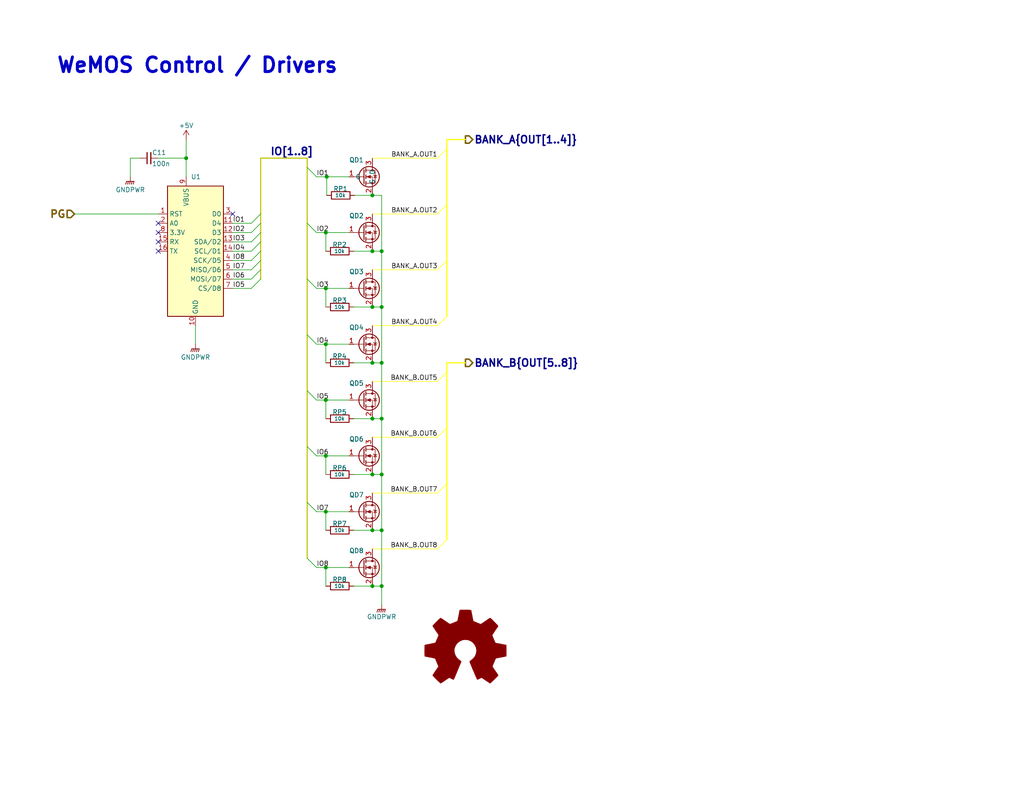
<source format=kicad_sch>
(kicad_sch (version 20230121) (generator eeschema)

  (uuid abda5dfa-14f1-43d6-b4a9-b5b64328d823)

  (paper "USLetter")

  (title_block
    (date "2023-02-08")
    (rev "0.0.11")
    (comment 2 "creativecommons.org/licenses/by/4.0/")
    (comment 3 "License: CC By 4.0")
    (comment 4 "Author: Michael Cummings")
    (comment 5 "https://ohwr.org/project/cernohl/wikis/Documents/CERN-OHL-version-2")
    (comment 6 "Hardware License: CERN-OHL-W")
  )

  (lib_symbols
    (symbol "2N7002K_1" (in_bom yes) (on_board yes)
      (property "Reference" "QD1" (at -3.81 4.572 0)
        (effects (font (size 1.27 1.27)) (justify left))
      )
      (property "Value" "2N7002K_1" (at 6.35 -16.51 0)
        (effects (font (size 1.27 1.27)) (justify left) hide)
      )
      (property "Footprint" "Package_TO_SOT_SMD:SOT-23" (at 6.35 -19.685 0)
        (effects (font (size 1.27 1.27) italic) (justify left) hide)
      )
      (property "Datasheet" "https://www.diodes.com/assets/Datasheets/ds30896.pdf" (at 6.35 -22.86 0)
        (effects (font (size 1.27 1.27)) (justify left) hide)
      )
      (property "ki_keywords" "N-Channel MOSFET" (at 0 0 0)
        (effects (font (size 1.27 1.27)) hide)
      )
      (property "ki_description" "0.38A Id, 60V Vds, N-Channel MOSFET, SOT-23" (at 0 0 0)
        (effects (font (size 1.27 1.27)) hide)
      )
      (property "ki_fp_filters" "SOT?23*" (at 0 0 0)
        (effects (font (size 1.27 1.27)) hide)
      )
      (symbol "2N7002K_1_0_1"
        (polyline
          (pts
            (xy 0.254 0)
            (xy -2.54 0)
          )
          (stroke (width 0) (type default))
          (fill (type none))
        )
        (polyline
          (pts
            (xy 0.254 1.905)
            (xy 0.254 -1.905)
          )
          (stroke (width 0.254) (type default))
          (fill (type none))
        )
        (polyline
          (pts
            (xy 0.762 -1.27)
            (xy 0.762 -2.286)
          )
          (stroke (width 0.254) (type default))
          (fill (type none))
        )
        (polyline
          (pts
            (xy 0.762 0.508)
            (xy 0.762 -0.508)
          )
          (stroke (width 0.254) (type default))
          (fill (type none))
        )
        (polyline
          (pts
            (xy 0.762 2.286)
            (xy 0.762 1.27)
          )
          (stroke (width 0.254) (type default))
          (fill (type none))
        )
        (polyline
          (pts
            (xy 2.54 2.54)
            (xy 2.54 1.778)
          )
          (stroke (width 0) (type default))
          (fill (type none))
        )
        (polyline
          (pts
            (xy 2.54 -2.54)
            (xy 2.54 0)
            (xy 0.762 0)
          )
          (stroke (width 0) (type default))
          (fill (type none))
        )
        (polyline
          (pts
            (xy 0.762 -1.778)
            (xy 3.302 -1.778)
            (xy 3.302 1.778)
            (xy 0.762 1.778)
          )
          (stroke (width 0) (type default))
          (fill (type none))
        )
        (polyline
          (pts
            (xy 1.016 0)
            (xy 2.032 0.381)
            (xy 2.032 -0.381)
            (xy 1.016 0)
          )
          (stroke (width 0) (type default))
          (fill (type outline))
        )
        (polyline
          (pts
            (xy 2.794 0.508)
            (xy 2.921 0.381)
            (xy 3.683 0.381)
            (xy 3.81 0.254)
          )
          (stroke (width 0) (type default))
          (fill (type none))
        )
        (polyline
          (pts
            (xy 3.302 0.381)
            (xy 2.921 -0.254)
            (xy 3.683 -0.254)
            (xy 3.302 0.381)
          )
          (stroke (width 0) (type default))
          (fill (type none))
        )
        (circle (center 1.651 0) (radius 2.794)
          (stroke (width 0.254) (type default))
          (fill (type none))
        )
        (circle (center 2.54 -1.778) (radius 0.254)
          (stroke (width 0) (type default))
          (fill (type outline))
        )
        (circle (center 2.54 1.778) (radius 0.254)
          (stroke (width 0) (type default))
          (fill (type outline))
        )
      )
      (symbol "2N7002K_1_1_1"
        (pin input line (at -3.81 0 0) (length 1.27)
          (name "G" (effects (font (size 1.27 1.27))))
          (number "1" (effects (font (size 1.27 1.27))))
        )
        (pin passive line (at 2.54 -5.08 90) (length 2.54)
          (name "S" (effects (font (size 1.27 1.27))))
          (number "2" (effects (font (size 1.27 1.27))))
        )
        (pin passive line (at 2.54 5.08 270) (length 2.54)
          (name "D" (effects (font (size 1.27 1.27))))
          (number "3" (effects (font (size 1.27 1.27))))
        )
      )
    )
    (symbol "Device:C_Small" (pin_numbers hide) (pin_names (offset 0.254) hide) (in_bom yes) (on_board yes)
      (property "Reference" "C" (at 0.254 1.778 0)
        (effects (font (size 1.27 1.27)) (justify left))
      )
      (property "Value" "C_Small" (at 0.254 -2.032 0)
        (effects (font (size 1.27 1.27)) (justify left))
      )
      (property "Footprint" "" (at 0 0 0)
        (effects (font (size 1.27 1.27)) hide)
      )
      (property "Datasheet" "~" (at 0 0 0)
        (effects (font (size 1.27 1.27)) hide)
      )
      (property "ki_keywords" "capacitor cap" (at 0 0 0)
        (effects (font (size 1.27 1.27)) hide)
      )
      (property "ki_description" "Unpolarized capacitor, small symbol" (at 0 0 0)
        (effects (font (size 1.27 1.27)) hide)
      )
      (property "ki_fp_filters" "C_*" (at 0 0 0)
        (effects (font (size 1.27 1.27)) hide)
      )
      (symbol "C_Small_0_1"
        (polyline
          (pts
            (xy -1.524 -0.508)
            (xy 1.524 -0.508)
          )
          (stroke (width 0.3302) (type default))
          (fill (type none))
        )
        (polyline
          (pts
            (xy -1.524 0.508)
            (xy 1.524 0.508)
          )
          (stroke (width 0.3048) (type default))
          (fill (type none))
        )
      )
      (symbol "C_Small_1_1"
        (pin passive line (at 0 2.54 270) (length 2.032)
          (name "~" (effects (font (size 1.27 1.27))))
          (number "1" (effects (font (size 1.27 1.27))))
        )
        (pin passive line (at 0 -2.54 90) (length 2.032)
          (name "~" (effects (font (size 1.27 1.27))))
          (number "2" (effects (font (size 1.27 1.27))))
        )
      )
    )
    (symbol "Device:R" (pin_numbers hide) (pin_names (offset 0)) (in_bom yes) (on_board yes)
      (property "Reference" "R" (at 2.032 0 90)
        (effects (font (size 1.27 1.27)))
      )
      (property "Value" "R" (at 0 0 90)
        (effects (font (size 1.27 1.27)))
      )
      (property "Footprint" "" (at -1.778 0 90)
        (effects (font (size 1.27 1.27)) hide)
      )
      (property "Datasheet" "~" (at 0 0 0)
        (effects (font (size 1.27 1.27)) hide)
      )
      (property "ki_keywords" "R res resistor" (at 0 0 0)
        (effects (font (size 1.27 1.27)) hide)
      )
      (property "ki_description" "Resistor" (at 0 0 0)
        (effects (font (size 1.27 1.27)) hide)
      )
      (property "ki_fp_filters" "R_*" (at 0 0 0)
        (effects (font (size 1.27 1.27)) hide)
      )
      (symbol "R_0_1"
        (rectangle (start -1.016 -2.54) (end 1.016 2.54)
          (stroke (width 0.254) (type default))
          (fill (type none))
        )
      )
      (symbol "R_1_1"
        (pin passive line (at 0 3.81 270) (length 1.27)
          (name "~" (effects (font (size 1.27 1.27))))
          (number "1" (effects (font (size 1.27 1.27))))
        )
        (pin passive line (at 0 -3.81 90) (length 1.27)
          (name "~" (effects (font (size 1.27 1.27))))
          (number "2" (effects (font (size 1.27 1.27))))
        )
      )
    )
    (symbol "Graphic:Logo_Open_Hardware_Large" (pin_names (offset 1.016)) (in_bom yes) (on_board yes)
      (property "Reference" "#LOGO" (at 0 12.7 0)
        (effects (font (size 1.27 1.27)) hide)
      )
      (property "Value" "Logo_Open_Hardware_Large" (at 0 -10.16 0)
        (effects (font (size 1.27 1.27)) hide)
      )
      (property "Footprint" "" (at 0 0 0)
        (effects (font (size 1.27 1.27)) hide)
      )
      (property "Datasheet" "~" (at 0 0 0)
        (effects (font (size 1.27 1.27)) hide)
      )
      (property "ki_keywords" "Logo" (at 0 0 0)
        (effects (font (size 1.27 1.27)) hide)
      )
      (property "ki_description" "Open Hardware logo, large" (at 0 0 0)
        (effects (font (size 1.27 1.27)) hide)
      )
      (symbol "Logo_Open_Hardware_Large_1_1"
        (polyline
          (pts
            (xy 6.731 -8.7122)
            (xy 6.6294 -8.6614)
            (xy 6.35 -8.4836)
            (xy 5.9944 -8.255)
            (xy 5.5372 -7.9502)
            (xy 5.1054 -7.6454)
            (xy 4.7498 -7.4168)
            (xy 4.4958 -7.239)
            (xy 4.3942 -7.1882)
            (xy 4.318 -7.2136)
            (xy 4.1148 -7.3152)
            (xy 3.81 -7.4676)
            (xy 3.6322 -7.5692)
            (xy 3.3528 -7.6708)
            (xy 3.2258 -7.6962)
            (xy 3.2004 -7.6708)
            (xy 3.0988 -7.4676)
            (xy 2.9464 -7.0866)
            (xy 2.7178 -6.604)
            (xy 2.4892 -6.0452)
            (xy 2.2352 -5.4356)
            (xy 1.9558 -4.826)
            (xy 1.7272 -4.2164)
            (xy 1.4986 -3.683)
            (xy 1.3208 -3.2512)
            (xy 1.2192 -2.9464)
            (xy 1.1684 -2.8194)
            (xy 1.1938 -2.794)
            (xy 1.3208 -2.667)
            (xy 1.5748 -2.4892)
            (xy 2.0828 -2.0574)
            (xy 2.6162 -1.397)
            (xy 2.921 -0.6604)
            (xy 3.048 0.1524)
            (xy 2.9464 0.9144)
            (xy 2.6416 1.6256)
            (xy 2.1336 2.286)
            (xy 1.524 2.7686)
            (xy 0.8128 3.0734)
            (xy 0 3.175)
            (xy -0.762 3.0988)
            (xy -1.4986 2.794)
            (xy -2.159 2.286)
            (xy -2.4384 1.9812)
            (xy -2.8194 1.3208)
            (xy -3.048 0.6096)
            (xy -3.0734 0.4318)
            (xy -3.0226 -0.3556)
            (xy -2.794 -1.0922)
            (xy -2.3876 -1.7526)
            (xy -1.8288 -2.3114)
            (xy -1.7526 -2.3622)
            (xy -1.4732 -2.5654)
            (xy -1.2954 -2.6924)
            (xy -1.1684 -2.8194)
            (xy -2.159 -5.207)
            (xy -2.3114 -5.588)
            (xy -2.5908 -6.2484)
            (xy -2.8194 -6.8072)
            (xy -3.0226 -7.2644)
            (xy -3.1496 -7.5692)
            (xy -3.2258 -7.6708)
            (xy -3.2258 -7.6962)
            (xy -3.302 -7.6962)
            (xy -3.4798 -7.6454)
            (xy -3.8354 -7.4676)
            (xy -4.0386 -7.366)
            (xy -4.2926 -7.239)
            (xy -4.4196 -7.1882)
            (xy -4.5212 -7.239)
            (xy -4.7498 -7.3914)
            (xy -5.1054 -7.6454)
            (xy -5.5372 -7.9248)
            (xy -5.9436 -8.2042)
            (xy -6.3246 -8.4582)
            (xy -6.604 -8.636)
            (xy -6.731 -8.7122)
            (xy -6.7564 -8.7122)
            (xy -6.858 -8.636)
            (xy -7.0866 -8.4582)
            (xy -7.4168 -8.1534)
            (xy -7.874 -7.6962)
            (xy -7.9502 -7.62)
            (xy -8.3312 -7.239)
            (xy -8.636 -6.9088)
            (xy -8.8392 -6.6802)
            (xy -8.9154 -6.5786)
            (xy -8.9154 -6.5786)
            (xy -8.8392 -6.4516)
            (xy -8.6614 -6.1722)
            (xy -8.4328 -5.7912)
            (xy -8.128 -5.3594)
            (xy -7.3152 -4.191)
            (xy -7.7724 -3.0988)
            (xy -7.8994 -2.7686)
            (xy -8.0772 -2.3622)
            (xy -8.2042 -2.0828)
            (xy -8.255 -1.9558)
            (xy -8.382 -1.905)
            (xy -8.6614 -1.8542)
            (xy -9.0932 -1.7526)
            (xy -9.6266 -1.651)
            (xy -10.1092 -1.5748)
            (xy -10.541 -1.4732)
            (xy -10.8712 -1.4224)
            (xy -11.0236 -1.397)
            (xy -11.049 -1.3716)
            (xy -11.0744 -1.2954)
            (xy -11.0998 -1.143)
            (xy -11.0998 -0.889)
            (xy -11.1252 -0.4572)
            (xy -11.1252 0.1524)
            (xy -11.1252 0.2286)
            (xy -11.0998 0.8128)
            (xy -11.0998 1.27)
            (xy -11.0744 1.5494)
            (xy -11.0744 1.6764)
            (xy -11.0744 1.6764)
            (xy -10.922 1.7018)
            (xy -10.6172 1.778)
            (xy -10.16 1.8542)
            (xy -9.652 1.9558)
            (xy -9.6012 1.9812)
            (xy -9.0932 2.0828)
            (xy -8.636 2.159)
            (xy -8.3312 2.2352)
            (xy -8.2042 2.286)
            (xy -8.1788 2.3114)
            (xy -8.0772 2.5146)
            (xy -7.9248 2.8448)
            (xy -7.747 3.2512)
            (xy -7.5692 3.6576)
            (xy -7.4168 4.0386)
            (xy -7.3152 4.318)
            (xy -7.2898 4.445)
            (xy -7.2898 4.445)
            (xy -7.366 4.572)
            (xy -7.5438 4.826)
            (xy -7.7978 5.207)
            (xy -8.128 5.6642)
            (xy -8.128 5.6896)
            (xy -8.4328 6.1468)
            (xy -8.6868 6.5278)
            (xy -8.8392 6.7818)
            (xy -8.9154 6.9088)
            (xy -8.9154 6.9088)
            (xy -8.8138 7.0358)
            (xy -8.5852 7.2898)
            (xy -8.255 7.6454)
            (xy -7.874 8.0264)
            (xy -7.747 8.1534)
            (xy -7.3152 8.5852)
            (xy -7.0104 8.8646)
            (xy -6.8326 8.9916)
            (xy -6.731 9.0424)
            (xy -6.731 9.0424)
            (xy -6.604 8.9408)
            (xy -6.3246 8.763)
            (xy -5.9436 8.509)
            (xy -5.4864 8.2042)
            (xy -5.461 8.1788)
            (xy -5.0038 7.874)
            (xy -4.6482 7.62)
            (xy -4.3688 7.4422)
            (xy -4.2672 7.3914)
            (xy -4.2418 7.3914)
            (xy -4.064 7.4422)
            (xy -3.7338 7.5438)
            (xy -3.3528 7.6962)
            (xy -2.9464 7.874)
            (xy -2.5654 8.0264)
            (xy -2.286 8.1534)
            (xy -2.159 8.2296)
            (xy -2.159 8.2296)
            (xy -2.1082 8.382)
            (xy -2.032 8.7122)
            (xy -1.9304 9.1694)
            (xy -1.8288 9.7282)
            (xy -1.8034 9.8044)
            (xy -1.7018 10.3378)
            (xy -1.6256 10.7696)
            (xy -1.5748 11.0744)
            (xy -1.524 11.2014)
            (xy -1.4478 11.2268)
            (xy -1.1938 11.2522)
            (xy -0.8128 11.2522)
            (xy -0.3302 11.2522)
            (xy 0.1524 11.2522)
            (xy 0.6604 11.2522)
            (xy 1.0668 11.2268)
            (xy 1.3716 11.2014)
            (xy 1.4986 11.176)
            (xy 1.4986 11.176)
            (xy 1.5494 11.0236)
            (xy 1.6256 10.6934)
            (xy 1.7018 10.2108)
            (xy 1.8288 9.6774)
            (xy 1.8288 9.5758)
            (xy 1.9304 9.0424)
            (xy 2.032 8.6106)
            (xy 2.0828 8.3058)
            (xy 2.1336 8.2042)
            (xy 2.159 8.1788)
            (xy 2.3876 8.0772)
            (xy 2.7432 7.9248)
            (xy 3.175 7.747)
            (xy 4.191 7.3406)
            (xy 5.461 8.2042)
            (xy 5.5626 8.2804)
            (xy 6.0198 8.5852)
            (xy 6.3754 8.8392)
            (xy 6.6294 8.9916)
            (xy 6.7564 9.0424)
            (xy 6.7564 9.0424)
            (xy 6.8834 8.9408)
            (xy 7.1374 8.7122)
            (xy 7.4676 8.382)
            (xy 7.8486 7.9756)
            (xy 8.1534 7.6962)
            (xy 8.4836 7.3406)
            (xy 8.7122 7.112)
            (xy 8.8392 6.9596)
            (xy 8.8646 6.858)
            (xy 8.8646 6.8072)
            (xy 8.7884 6.6802)
            (xy 8.6106 6.4008)
            (xy 8.3312 6.0198)
            (xy 8.0264 5.588)
            (xy 7.7978 5.207)
            (xy 7.5184 4.8006)
            (xy 7.3406 4.4958)
            (xy 7.2898 4.3434)
            (xy 7.2898 4.2926)
            (xy 7.3914 4.0386)
            (xy 7.5184 3.683)
            (xy 7.7216 3.2258)
            (xy 8.1534 2.2352)
            (xy 8.7884 2.1082)
            (xy 9.1948 2.0574)
            (xy 9.7536 1.9304)
            (xy 10.2616 1.8288)
            (xy 11.0998 1.6764)
            (xy 11.1252 -1.3208)
            (xy 10.9982 -1.3716)
            (xy 10.8712 -1.397)
            (xy 10.5664 -1.4732)
            (xy 10.1346 -1.5494)
            (xy 9.6266 -1.651)
            (xy 9.1948 -1.7272)
            (xy 8.7376 -1.8288)
            (xy 8.4328 -1.8796)
            (xy 8.2804 -1.905)
            (xy 8.255 -1.9558)
            (xy 8.1534 -2.159)
            (xy 7.9756 -2.5146)
            (xy 7.8232 -2.921)
            (xy 7.6454 -3.3274)
            (xy 7.493 -3.7338)
            (xy 7.366 -4.0132)
            (xy 7.3406 -4.191)
            (xy 7.3914 -4.2926)
            (xy 7.5692 -4.5466)
            (xy 7.7978 -4.9276)
            (xy 8.1026 -5.3594)
            (xy 8.4074 -5.7912)
            (xy 8.6614 -6.1722)
            (xy 8.8138 -6.4262)
            (xy 8.89 -6.5532)
            (xy 8.8646 -6.6548)
            (xy 8.6868 -6.858)
            (xy 8.3566 -7.1882)
            (xy 7.874 -7.6708)
            (xy 7.7978 -7.747)
            (xy 7.3914 -8.128)
            (xy 7.0612 -8.4328)
            (xy 6.8326 -8.636)
            (xy 6.731 -8.7122)
          )
          (stroke (width 0) (type default))
          (fill (type outline))
        )
      )
    )
    (symbol "Transistor_FET:2N7002K" (pin_names hide) (in_bom yes) (on_board yes)
      (property "Reference" "QD1" (at 5.334 1.2701 0)
        (effects (font (size 1.27 1.27)) (justify left))
      )
      (property "Value" "2N7002K" (at 6.35 -16.51 0)
        (effects (font (size 1.27 1.27)) (justify left) hide)
      )
      (property "Footprint" "Package_TO_SOT_SMD:SOT-23" (at 6.35 -19.685 0)
        (effects (font (size 1.27 1.27) italic) (justify left) hide)
      )
      (property "Datasheet" "https://www.diodes.com/assets/Datasheets/ds30896.pdf" (at 6.35 -22.86 0)
        (effects (font (size 1.27 1.27)) (justify left) hide)
      )
      (property "ki_keywords" "N-Channel MOSFET" (at 0 0 0)
        (effects (font (size 1.27 1.27)) hide)
      )
      (property "ki_description" "0.38A Id, 60V Vds, N-Channel MOSFET, SOT-23" (at 0 0 0)
        (effects (font (size 1.27 1.27)) hide)
      )
      (property "ki_fp_filters" "SOT?23*" (at 0 0 0)
        (effects (font (size 1.27 1.27)) hide)
      )
      (symbol "2N7002K_0_1"
        (polyline
          (pts
            (xy 0.254 0)
            (xy -2.54 0)
          )
          (stroke (width 0) (type default))
          (fill (type none))
        )
        (polyline
          (pts
            (xy 0.254 1.905)
            (xy 0.254 -1.905)
          )
          (stroke (width 0.254) (type default))
          (fill (type none))
        )
        (polyline
          (pts
            (xy 0.762 -1.27)
            (xy 0.762 -2.286)
          )
          (stroke (width 0.254) (type default))
          (fill (type none))
        )
        (polyline
          (pts
            (xy 0.762 0.508)
            (xy 0.762 -0.508)
          )
          (stroke (width 0.254) (type default))
          (fill (type none))
        )
        (polyline
          (pts
            (xy 0.762 2.286)
            (xy 0.762 1.27)
          )
          (stroke (width 0.254) (type default))
          (fill (type none))
        )
        (polyline
          (pts
            (xy 2.54 2.54)
            (xy 2.54 1.778)
          )
          (stroke (width 0) (type default))
          (fill (type none))
        )
        (polyline
          (pts
            (xy 2.54 -2.54)
            (xy 2.54 0)
            (xy 0.762 0)
          )
          (stroke (width 0) (type default))
          (fill (type none))
        )
        (polyline
          (pts
            (xy 0.762 -1.778)
            (xy 3.302 -1.778)
            (xy 3.302 1.778)
            (xy 0.762 1.778)
          )
          (stroke (width 0) (type default))
          (fill (type none))
        )
        (polyline
          (pts
            (xy 1.016 0)
            (xy 2.032 0.381)
            (xy 2.032 -0.381)
            (xy 1.016 0)
          )
          (stroke (width 0) (type default))
          (fill (type outline))
        )
        (polyline
          (pts
            (xy 2.794 0.508)
            (xy 2.921 0.381)
            (xy 3.683 0.381)
            (xy 3.81 0.254)
          )
          (stroke (width 0) (type default))
          (fill (type none))
        )
        (polyline
          (pts
            (xy 3.302 0.381)
            (xy 2.921 -0.254)
            (xy 3.683 -0.254)
            (xy 3.302 0.381)
          )
          (stroke (width 0) (type default))
          (fill (type none))
        )
        (circle (center 1.651 0) (radius 2.794)
          (stroke (width 0.254) (type default))
          (fill (type none))
        )
        (circle (center 2.54 -1.778) (radius 0.254)
          (stroke (width 0) (type default))
          (fill (type outline))
        )
        (circle (center 2.54 1.778) (radius 0.254)
          (stroke (width 0) (type default))
          (fill (type outline))
        )
      )
      (symbol "2N7002K_1_1"
        (pin input line (at -3.81 0 0) (length 1.27)
          (name "G" (effects (font (size 1.27 1.27))))
          (number "1" (effects (font (size 1.27 1.27))))
        )
        (pin passive line (at 2.54 -5.08 90) (length 2.54)
          (name "S" (effects (font (size 1.27 1.27))))
          (number "2" (effects (font (size 1.27 1.27))))
        )
        (pin passive line (at 2.54 5.08 270) (length 2.54)
          (name "D" (effects (font (size 1.27 1.27))))
          (number "3" (effects (font (size 1.27 1.27))))
        )
      )
    )
    (symbol "dragon_mobile:WeMos_D1_mini" (in_bom yes) (on_board yes)
      (property "Reference" "U1" (at -1.27 20.32 0)
        (effects (font (size 1.27 1.27)) (justify left))
      )
      (property "Value" "WeMos_D1_mini" (at 0 -33.274 0)
        (effects (font (size 1.27 1.27)) (justify left) hide)
      )
      (property "Footprint" "dragon_mobile:WEMOS_D1_mini_light" (at 0 -36.83 0)
        (effects (font (size 1.27 1.27)) (justify left) hide)
      )
      (property "Datasheet" "https://wiki.wemos.cc/products:d1:d1_mini#documentation" (at 0 -40.894 0)
        (effects (font (size 1.27 1.27)) (justify left) hide)
      )
      (property "ki_keywords" "ESP8266 WiFi microcontroller ESP8266EX" (at 0 0 0)
        (effects (font (size 1.27 1.27)) hide)
      )
      (property "ki_description" "32-bit microcontroller module with WiFi" (at 0 0 0)
        (effects (font (size 1.27 1.27)) hide)
      )
      (property "ki_fp_filters" "WEMOS*D1*mini*" (at 0 0 0)
        (effects (font (size 1.27 1.27)) hide)
      )
      (symbol "WeMos_D1_mini_1_1"
        (rectangle (start -7.62 17.78) (end 7.62 -17.78)
          (stroke (width 0.254) (type default))
          (fill (type background))
        )
        (pin input line (at -10.16 10.16 0) (length 2.54)
          (name "RST" (effects (font (size 1.27 1.27))))
          (number "1" (effects (font (size 1.27 1.27))))
        )
        (pin power_in line (at 0 -20.32 90) (length 2.54)
          (name "GND" (effects (font (size 1.27 1.27))))
          (number "10" (effects (font (size 1.27 1.27))))
        )
        (pin bidirectional line (at 10.16 7.62 180) (length 2.54)
          (name "D4" (effects (font (size 1.27 1.27))))
          (number "11" (effects (font (size 1.27 1.27))))
        )
        (pin bidirectional line (at 10.16 5.08 180) (length 2.54)
          (name "D3" (effects (font (size 1.27 1.27))))
          (number "12" (effects (font (size 1.27 1.27))))
        )
        (pin bidirectional line (at 10.16 2.54 180) (length 2.54)
          (name "SDA/D2" (effects (font (size 1.27 1.27))))
          (number "13" (effects (font (size 1.27 1.27))))
        )
        (pin bidirectional line (at 10.16 0 180) (length 2.54)
          (name "SCL/D1" (effects (font (size 1.27 1.27))))
          (number "14" (effects (font (size 1.27 1.27))))
        )
        (pin input line (at -10.16 2.54 0) (length 2.54)
          (name "RX" (effects (font (size 1.27 1.27))))
          (number "15" (effects (font (size 1.27 1.27))))
        )
        (pin output line (at -10.16 0 0) (length 2.54)
          (name "TX" (effects (font (size 1.27 1.27))))
          (number "16" (effects (font (size 1.27 1.27))))
        )
        (pin input line (at -10.16 7.62 0) (length 2.54)
          (name "A0" (effects (font (size 1.27 1.27))))
          (number "2" (effects (font (size 1.27 1.27))))
        )
        (pin bidirectional line (at 10.16 10.16 180) (length 2.54)
          (name "D0" (effects (font (size 1.27 1.27))))
          (number "3" (effects (font (size 1.27 1.27))))
        )
        (pin bidirectional line (at 10.16 -2.54 180) (length 2.54)
          (name "SCK/D5" (effects (font (size 1.27 1.27))))
          (number "4" (effects (font (size 1.27 1.27))))
        )
        (pin bidirectional line (at 10.16 -5.08 180) (length 2.54)
          (name "MISO/D6" (effects (font (size 1.27 1.27))))
          (number "5" (effects (font (size 1.27 1.27))))
        )
        (pin bidirectional line (at 10.16 -7.62 180) (length 2.54)
          (name "MOSI/D7" (effects (font (size 1.27 1.27))))
          (number "6" (effects (font (size 1.27 1.27))))
        )
        (pin bidirectional line (at 10.16 -10.16 180) (length 2.54)
          (name "CS/D8" (effects (font (size 1.27 1.27))))
          (number "7" (effects (font (size 1.27 1.27))))
        )
        (pin bidirectional line (at -10.16 5.08 0) (length 2.54)
          (name "3.3V" (effects (font (size 1.27 1.27))))
          (number "8" (effects (font (size 1.27 1.27))))
        )
        (pin power_in line (at -2.54 20.32 270) (length 2.54)
          (name "VBUS" (effects (font (size 1.27 1.27))))
          (number "9" (effects (font (size 1.27 1.27))))
        )
      )
    )
    (symbol "power:+5V" (power) (pin_names (offset 0)) (in_bom yes) (on_board yes)
      (property "Reference" "#PWR" (at 0 -3.81 0)
        (effects (font (size 1.27 1.27)) hide)
      )
      (property "Value" "+5V" (at 0 3.556 0)
        (effects (font (size 1.27 1.27)))
      )
      (property "Footprint" "" (at 0 0 0)
        (effects (font (size 1.27 1.27)) hide)
      )
      (property "Datasheet" "" (at 0 0 0)
        (effects (font (size 1.27 1.27)) hide)
      )
      (property "ki_keywords" "power-flag" (at 0 0 0)
        (effects (font (size 1.27 1.27)) hide)
      )
      (property "ki_description" "Power symbol creates a global label with name \"+5V\"" (at 0 0 0)
        (effects (font (size 1.27 1.27)) hide)
      )
      (symbol "+5V_0_1"
        (polyline
          (pts
            (xy -0.762 1.27)
            (xy 0 2.54)
          )
          (stroke (width 0) (type default))
          (fill (type none))
        )
        (polyline
          (pts
            (xy 0 0)
            (xy 0 2.54)
          )
          (stroke (width 0) (type default))
          (fill (type none))
        )
        (polyline
          (pts
            (xy 0 2.54)
            (xy 0.762 1.27)
          )
          (stroke (width 0) (type default))
          (fill (type none))
        )
      )
      (symbol "+5V_1_1"
        (pin power_in line (at 0 0 90) (length 0) hide
          (name "+5V" (effects (font (size 1.27 1.27))))
          (number "1" (effects (font (size 1.27 1.27))))
        )
      )
    )
    (symbol "power:GNDPWR" (power) (pin_names (offset 0)) (in_bom yes) (on_board yes)
      (property "Reference" "#PWR" (at 0 -5.08 0)
        (effects (font (size 1.27 1.27)) hide)
      )
      (property "Value" "GNDPWR" (at 0 -3.302 0)
        (effects (font (size 1.27 1.27)))
      )
      (property "Footprint" "" (at 0 -1.27 0)
        (effects (font (size 1.27 1.27)) hide)
      )
      (property "Datasheet" "" (at 0 -1.27 0)
        (effects (font (size 1.27 1.27)) hide)
      )
      (property "ki_keywords" "power-flag" (at 0 0 0)
        (effects (font (size 1.27 1.27)) hide)
      )
      (property "ki_description" "Power symbol creates a global label with name \"GNDPWR\" , power ground" (at 0 0 0)
        (effects (font (size 1.27 1.27)) hide)
      )
      (symbol "GNDPWR_0_1"
        (polyline
          (pts
            (xy 0 -1.27)
            (xy 0 0)
          )
          (stroke (width 0) (type default))
          (fill (type none))
        )
        (polyline
          (pts
            (xy -1.016 -1.27)
            (xy -1.27 -2.032)
            (xy -1.27 -2.032)
          )
          (stroke (width 0.2032) (type default))
          (fill (type none))
        )
        (polyline
          (pts
            (xy -0.508 -1.27)
            (xy -0.762 -2.032)
            (xy -0.762 -2.032)
          )
          (stroke (width 0.2032) (type default))
          (fill (type none))
        )
        (polyline
          (pts
            (xy 0 -1.27)
            (xy -0.254 -2.032)
            (xy -0.254 -2.032)
          )
          (stroke (width 0.2032) (type default))
          (fill (type none))
        )
        (polyline
          (pts
            (xy 0.508 -1.27)
            (xy 0.254 -2.032)
            (xy 0.254 -2.032)
          )
          (stroke (width 0.2032) (type default))
          (fill (type none))
        )
        (polyline
          (pts
            (xy 1.016 -1.27)
            (xy -1.016 -1.27)
            (xy -1.016 -1.27)
          )
          (stroke (width 0.2032) (type default))
          (fill (type none))
        )
        (polyline
          (pts
            (xy 1.016 -1.27)
            (xy 0.762 -2.032)
            (xy 0.762 -2.032)
            (xy 0.762 -2.032)
          )
          (stroke (width 0.2032) (type default))
          (fill (type none))
        )
      )
      (symbol "GNDPWR_1_1"
        (pin power_in line (at 0 0 270) (length 0) hide
          (name "GNDPWR" (effects (font (size 1.27 1.27))))
          (number "1" (effects (font (size 1.27 1.27))))
        )
      )
    )
  )

  (junction (at 88.9 139.7) (diameter 0) (color 0 0 0 0)
    (uuid 01989dbf-b452-416a-bd18-4fb415437e0f)
  )
  (junction (at 101.6 83.82) (diameter 0) (color 0 0 0 0)
    (uuid 1057732f-d0c5-4f01-bcd5-a4fb079920ac)
  )
  (junction (at 88.9 78.74) (diameter 0) (color 0 0 0 0)
    (uuid 16104d23-dbe6-437d-a238-e2d03868ffb1)
  )
  (junction (at 89.154 48.26) (diameter 0) (color 0 0 0 0)
    (uuid 28107dc8-5cbc-402a-bb54-6c615ce14859)
  )
  (junction (at 88.9 93.98) (diameter 0) (color 0 0 0 0)
    (uuid 351ff33e-f13a-48cc-abb4-d5e3214f41ca)
  )
  (junction (at 104.14 114.3) (diameter 0) (color 0 0 0 0)
    (uuid 4f8fe9e8-3de7-49b4-a75d-7e1df98266ed)
  )
  (junction (at 101.6 68.58) (diameter 0) (color 0 0 0 0)
    (uuid 50893aa5-bb89-4900-aa43-986b91c2d771)
  )
  (junction (at 101.6 144.78) (diameter 0) (color 0 0 0 0)
    (uuid 5c8869df-8f49-4701-8778-a56b0a3a4bea)
  )
  (junction (at 101.6 99.06) (diameter 0) (color 0 0 0 0)
    (uuid 5f29abb0-3823-484a-a6bb-036f2975ecbd)
  )
  (junction (at 101.6 114.3) (diameter 0) (color 0 0 0 0)
    (uuid 6672f34e-cad0-4f2c-ae46-80e2e62e2ab6)
  )
  (junction (at 101.6 160.02) (diameter 0) (color 0 0 0 0)
    (uuid 7ac7a930-f67a-4085-8607-79a656cbc80d)
  )
  (junction (at 104.14 83.82) (diameter 0) (color 0 0 0 0)
    (uuid 7eeab851-2082-4652-a0b0-f772ddb3565f)
  )
  (junction (at 104.14 160.02) (diameter 0) (color 0 0 0 0)
    (uuid 81853c24-44c9-4353-b9e8-52124ae8a446)
  )
  (junction (at 104.14 144.78) (diameter 0) (color 0 0 0 0)
    (uuid 86b87c26-87db-4214-96f1-b6047e8caf61)
  )
  (junction (at 88.9 109.22) (diameter 0) (color 0 0 0 0)
    (uuid 9e4700df-bef4-4aea-a61d-5f4375f5099d)
  )
  (junction (at 101.6 129.54) (diameter 0) (color 0 0 0 0)
    (uuid 9f5a9f74-2c7b-41b4-abd3-1bfec6c8adf2)
  )
  (junction (at 101.6 53.34) (diameter 0) (color 0 0 0 0)
    (uuid b5a6d48e-ab98-43e3-8249-c2133a1fd38f)
  )
  (junction (at 88.9 154.94) (diameter 0) (color 0 0 0 0)
    (uuid c672911b-2c74-4e6b-90bf-b9cf852a0e91)
  )
  (junction (at 88.9 124.46) (diameter 0) (color 0 0 0 0)
    (uuid d156efe5-b1f2-4596-abe2-2a3dfd5034bc)
  )
  (junction (at 104.14 68.58) (diameter 0) (color 0 0 0 0)
    (uuid d978d07a-3ad2-478d-8036-533592c6654a)
  )
  (junction (at 104.14 99.06) (diameter 0) (color 0 0 0 0)
    (uuid e337937e-5bd8-47ca-bf34-89f33255ee7d)
  )
  (junction (at 50.8 43.18) (diameter 0) (color 0 0 0 0)
    (uuid e822031d-ca5d-4bf8-ba04-bcdc8586f639)
  )
  (junction (at 88.9 63.5) (diameter 0) (color 0 0 0 0)
    (uuid fc61df41-5aae-4549-9afa-b0a031d2a084)
  )
  (junction (at 104.14 129.54) (diameter 0) (color 0 0 0 0)
    (uuid fe7ef7bf-e688-4195-82ce-c4ea6d26a48c)
  )

  (no_connect (at 43.18 60.96) (uuid 0300198d-34a1-4397-ba61-54c798b2f2ca))
  (no_connect (at 63.5 58.42) (uuid 1550aa01-f37d-47da-a866-5b2be03fef8c))
  (no_connect (at 43.18 63.5) (uuid 321d4443-00a5-47a5-ad73-cb4a6b940cb2))
  (no_connect (at 43.18 68.58) (uuid c216a3b2-82c8-4376-a76d-22894e49a2cf))
  (no_connect (at 43.18 66.04) (uuid f2199d2b-5342-427d-ae96-7567b527ed2d))

  (bus_entry (at 119.38 88.9) (size 2.54 -2.54)
    (stroke (width 0) (type default) (color 255 255 0 1))
    (uuid 0456a9cd-b356-4dc8-82ce-b83adc2f2f5e)
  )
  (bus_entry (at 71.12 76.2) (size -2.54 2.54)
    (stroke (width 0) (type default))
    (uuid 0d23a22a-3bce-4742-b634-3879d56aa40d)
  )
  (bus_entry (at 71.12 58.42) (size -2.54 2.54)
    (stroke (width 0) (type default))
    (uuid 169544c4-276c-49df-8f68-72088e3441fb)
  )
  (bus_entry (at 83.82 45.72) (size 2.54 2.54)
    (stroke (width 0) (type default))
    (uuid 1cafaba9-1b1c-4533-9f64-b643891065b0)
  )
  (bus_entry (at 71.12 71.12) (size -2.54 2.54)
    (stroke (width 0) (type default))
    (uuid 24d7e0e2-446f-4b2f-9b58-711c8dcd5fcb)
  )
  (bus_entry (at 119.38 58.42) (size 2.54 -2.54)
    (stroke (width 0) (type default) (color 255 255 0 1))
    (uuid 3152ba75-cc26-449a-9522-dcc60a27159f)
  )
  (bus_entry (at 83.82 121.92) (size 2.54 2.54)
    (stroke (width 0) (type default))
    (uuid 3b4b4fc0-1ef8-4f78-a316-f4dcab0da85d)
  )
  (bus_entry (at 83.82 137.16) (size 2.54 2.54)
    (stroke (width 0) (type default))
    (uuid 669b4547-648f-4952-80f7-0431fb333a59)
  )
  (bus_entry (at 83.82 76.2) (size 2.54 2.54)
    (stroke (width 0) (type default))
    (uuid 6c365edf-c341-4b82-9fba-87ebee4ea77d)
  )
  (bus_entry (at 71.12 66.04) (size -2.54 2.54)
    (stroke (width 0) (type default))
    (uuid 8423e23f-9e0b-408e-9b7e-543e8f2fc6d6)
  )
  (bus_entry (at 71.12 73.66) (size -2.54 2.54)
    (stroke (width 0) (type default))
    (uuid 91b091f2-f9ec-48d8-8afa-16ac7e0ba929)
  )
  (bus_entry (at 71.12 68.58) (size -2.54 2.54)
    (stroke (width 0) (type default))
    (uuid 955c45bd-78f1-4164-b375-52348a4530e9)
  )
  (bus_entry (at 119.38 43.18) (size 2.54 -2.54)
    (stroke (width 0) (type default) (color 255 255 0 1))
    (uuid ae981768-1b7e-4ea2-b0da-f3eb75a5b5fd)
  )
  (bus_entry (at 119.38 104.14) (size 2.54 -2.54)
    (stroke (width 0) (type default) (color 255 255 0 1))
    (uuid af319b0c-8bd1-4b57-82ff-c92a6377111a)
  )
  (bus_entry (at 83.82 106.68) (size 2.54 2.54)
    (stroke (width 0) (type default))
    (uuid b7075ab7-eba1-4617-9a28-2e322e7fb7f8)
  )
  (bus_entry (at 119.38 149.86) (size 2.54 -2.54)
    (stroke (width 0) (type default) (color 255 255 0 1))
    (uuid b9eeb9fe-7711-495f-9774-a15515677d16)
  )
  (bus_entry (at 83.82 152.4) (size 2.54 2.54)
    (stroke (width 0) (type default))
    (uuid c43129c8-d6e6-4e63-9432-073723796623)
  )
  (bus_entry (at 83.82 60.96) (size 2.54 2.54)
    (stroke (width 0) (type default))
    (uuid ca6c6fad-f1bd-4457-b4bd-4bb9a99df95d)
  )
  (bus_entry (at 71.12 63.5) (size -2.54 2.54)
    (stroke (width 0) (type default))
    (uuid d841ac1e-debc-452e-904d-4edf6649d33c)
  )
  (bus_entry (at 119.38 73.66) (size 2.54 -2.54)
    (stroke (width 0) (type default) (color 255 255 0 1))
    (uuid d96119d9-585d-4d45-9488-b1a13cf0c1b9)
  )
  (bus_entry (at 83.82 91.44) (size 2.54 2.54)
    (stroke (width 0) (type default))
    (uuid f6da1460-ca29-4abf-b6e8-33bd87f2a202)
  )
  (bus_entry (at 71.12 60.96) (size -2.54 2.54)
    (stroke (width 0) (type default))
    (uuid fa0630e3-4e3a-44e0-97ab-2df92d52392c)
  )
  (bus_entry (at 119.38 119.38) (size 2.54 -2.54)
    (stroke (width 0) (type default) (color 255 255 0 1))
    (uuid fef76505-86d8-4ce3-a81a-bf6f2460837f)
  )
  (bus_entry (at 119.38 134.62) (size 2.54 -2.54)
    (stroke (width 0) (type default) (color 255 255 0 1))
    (uuid ff1c4e6f-5c67-429b-8d96-847f5539b12c)
  )

  (wire (pts (xy 43.18 43.18) (xy 50.8 43.18))
    (stroke (width 0) (type default))
    (uuid 037e66d9-4bbc-4fd0-95d6-35b5717c7a1a)
  )
  (wire (pts (xy 119.38 149.86) (xy 101.6 149.86))
    (stroke (width 0) (type default) (color 255 255 0 1))
    (uuid 0402cd3a-fce5-4be5-90db-297acb1abd8e)
  )
  (wire (pts (xy 88.9 93.98) (xy 88.9 99.06))
    (stroke (width 0) (type default))
    (uuid 05f0ca8e-c74c-4c35-b3ca-7bc32a01bff6)
  )
  (bus (pts (xy 127 38.1) (xy 121.92 38.1))
    (stroke (width 0) (type default) (color 255 255 0 1))
    (uuid 128dd0a0-174c-473c-a471-8c4cb82d94b3)
  )

  (wire (pts (xy 89.154 48.26) (xy 95.25 48.26))
    (stroke (width 0) (type default))
    (uuid 14d07c75-a329-4f2d-bd6d-5c3f38c6f029)
  )
  (wire (pts (xy 86.36 109.22) (xy 88.9 109.22))
    (stroke (width 0) (type default))
    (uuid 15b1c0e2-3aab-40c1-9922-af9137d5e670)
  )
  (wire (pts (xy 86.36 93.98) (xy 88.9 93.98))
    (stroke (width 0) (type default))
    (uuid 1732fc0c-3167-49c2-a138-70f7bdf52e3e)
  )
  (bus (pts (xy 71.12 43.18) (xy 71.12 58.42))
    (stroke (width 0) (type default) (color 194 194 0 1))
    (uuid 202bed35-81d5-4c69-84e7-1c3e80a86d33)
  )

  (wire (pts (xy 86.36 124.46) (xy 88.9 124.46))
    (stroke (width 0) (type default))
    (uuid 20ec2f0d-7b06-4fd5-9ead-b688280d3ff6)
  )
  (bus (pts (xy 71.12 63.5) (xy 71.12 66.04))
    (stroke (width 0) (type default) (color 194 194 0 1))
    (uuid 2a5714e7-c2e6-4c32-a655-06bc9f491f7c)
  )

  (wire (pts (xy 86.36 139.7) (xy 88.9 139.7))
    (stroke (width 0) (type default))
    (uuid 2a7f063e-2116-4382-9bde-ba3ace433057)
  )
  (bus (pts (xy 83.82 60.96) (xy 83.82 76.2))
    (stroke (width 0) (type default) (color 194 194 0 1))
    (uuid 2b28e348-1b72-4311-aa1f-e2b161dfae6a)
  )
  (bus (pts (xy 127 99.06) (xy 121.92 99.06))
    (stroke (width 0) (type default) (color 255 255 0 1))
    (uuid 2ce1db2d-3a52-41b4-a0cb-0af09cd83e8e)
  )
  (bus (pts (xy 121.92 38.1) (xy 121.92 40.64))
    (stroke (width 0) (type default) (color 255 255 0 1))
    (uuid 2f1a9ad8-ec72-434f-b072-2a7d1016fb1f)
  )
  (bus (pts (xy 83.82 76.2) (xy 83.82 91.44))
    (stroke (width 0) (type default) (color 194 194 0 1))
    (uuid 37029dff-beff-4741-a6e0-fe6f74bb3b84)
  )

  (wire (pts (xy 50.8 43.18) (xy 50.8 48.26))
    (stroke (width 0) (type default))
    (uuid 39fea03d-fb55-4893-9099-48ba20ba1b83)
  )
  (wire (pts (xy 35.56 43.18) (xy 38.1 43.18))
    (stroke (width 0) (type default))
    (uuid 3dc8c8fe-eed9-4524-881d-a305258b6c97)
  )
  (wire (pts (xy 104.14 99.06) (xy 104.14 114.3))
    (stroke (width 0) (type default))
    (uuid 3ded91c0-fa49-4095-b426-d39aaac5a3a8)
  )
  (wire (pts (xy 63.5 63.5) (xy 68.58 63.5))
    (stroke (width 0) (type default))
    (uuid 4240f081-1626-4096-bca8-f046eb89360f)
  )
  (bus (pts (xy 71.12 43.18) (xy 83.82 43.18))
    (stroke (width 0) (type default) (color 194 194 0 1))
    (uuid 4249caaf-fae7-4eaf-ae32-4f37ab323fd7)
  )

  (wire (pts (xy 63.5 66.04) (xy 68.58 66.04))
    (stroke (width 0) (type default))
    (uuid 43a07fcd-4e02-4480-94f8-6df00f6e7982)
  )
  (wire (pts (xy 53.34 88.9) (xy 53.34 93.98))
    (stroke (width 0) (type default))
    (uuid 467778ae-22b3-4c7d-86f9-cd3e5da88d13)
  )
  (wire (pts (xy 101.6 114.3) (xy 104.14 114.3))
    (stroke (width 0) (type default))
    (uuid 46b94947-7a7e-4457-a1d2-ea217744d6a2)
  )
  (wire (pts (xy 96.52 99.06) (xy 101.6 99.06))
    (stroke (width 0) (type default))
    (uuid 46bf0980-debf-446b-a3fd-2e031592f282)
  )
  (wire (pts (xy 50.8 38.1) (xy 50.8 43.18))
    (stroke (width 0) (type default))
    (uuid 46e7b8b3-49cd-4378-ba44-2e57a8fa8c49)
  )
  (wire (pts (xy 96.52 144.78) (xy 101.6 144.78))
    (stroke (width 0) (type default))
    (uuid 484f2a0f-f766-4c02-8805-2b602bfc3f3d)
  )
  (wire (pts (xy 104.14 144.78) (xy 104.14 160.02))
    (stroke (width 0) (type default))
    (uuid 4c6068b6-6a4a-4799-98c4-11c47857507b)
  )
  (wire (pts (xy 119.38 134.62) (xy 101.6 134.62))
    (stroke (width 0) (type default) (color 255 255 0 1))
    (uuid 4faedfc8-7e32-4f1c-950e-30142f531084)
  )
  (wire (pts (xy 101.6 53.34) (xy 104.14 53.34))
    (stroke (width 0) (type default))
    (uuid 53873e0e-74fa-46f6-97c5-05ea2114019f)
  )
  (wire (pts (xy 63.5 71.12) (xy 68.58 71.12))
    (stroke (width 0) (type default))
    (uuid 55785813-68b0-4eac-9d8b-36fcb82638a0)
  )
  (bus (pts (xy 71.12 60.96) (xy 71.12 63.5))
    (stroke (width 0) (type default) (color 194 194 0 1))
    (uuid 597add78-0bbf-47cc-9df3-e509f86c566d)
  )
  (bus (pts (xy 121.92 71.12) (xy 121.92 86.36))
    (stroke (width 0) (type default) (color 255 255 0 1))
    (uuid 5cef5ced-abb3-4513-98f4-d80fb3e8f912)
  )

  (wire (pts (xy 119.38 119.38) (xy 101.6 119.38))
    (stroke (width 0) (type default) (color 255 255 0 1))
    (uuid 5f41e802-f649-4d5f-bfc0-a5f2a7423b88)
  )
  (wire (pts (xy 96.52 68.58) (xy 101.6 68.58))
    (stroke (width 0) (type default))
    (uuid 60ca7b05-0987-4ad8-87a4-385ddd68fa82)
  )
  (wire (pts (xy 104.14 83.82) (xy 104.14 99.06))
    (stroke (width 0) (type default))
    (uuid 62b80df3-5e10-42d4-9691-fed79172bfc4)
  )
  (wire (pts (xy 88.9 93.98) (xy 95.25 93.98))
    (stroke (width 0) (type default))
    (uuid 644494f3-62c7-4896-8f92-becdb3644b00)
  )
  (wire (pts (xy 88.9 124.46) (xy 88.9 129.54))
    (stroke (width 0) (type default))
    (uuid 671f67d6-d216-43a6-a638-59b1eaebaf1c)
  )
  (wire (pts (xy 101.6 144.78) (xy 104.14 144.78))
    (stroke (width 0) (type default))
    (uuid 6cb5c51f-8501-4e7f-9ee3-901f55e5d475)
  )
  (wire (pts (xy 86.36 154.94) (xy 88.9 154.94))
    (stroke (width 0) (type default))
    (uuid 70daa1e2-e133-4a48-80be-c46bd58a76bf)
  )
  (wire (pts (xy 63.5 78.74) (xy 68.58 78.74))
    (stroke (width 0) (type default))
    (uuid 72a54b01-9f92-46c1-afb5-ea827105227d)
  )
  (wire (pts (xy 86.36 48.26) (xy 89.154 48.26))
    (stroke (width 0) (type default))
    (uuid 730544c3-15b1-4ecc-960d-ed266bb68617)
  )
  (wire (pts (xy 63.5 68.58) (xy 68.58 68.58))
    (stroke (width 0) (type default))
    (uuid 78402b06-b677-44ed-9e58-269f97cffc35)
  )
  (wire (pts (xy 88.9 63.5) (xy 88.9 68.58))
    (stroke (width 0) (type default))
    (uuid 79495994-5b37-4386-8ef8-ad16983a6d9e)
  )
  (bus (pts (xy 121.92 132.08) (xy 121.92 147.32))
    (stroke (width 0) (type default) (color 255 255 0 1))
    (uuid 7aff8293-921d-4621-9ad2-84eede3d5e77)
  )

  (wire (pts (xy 104.14 160.02) (xy 104.14 165.1))
    (stroke (width 0) (type default))
    (uuid 7f6fcb1f-996d-4031-b96a-8f18eb4b2286)
  )
  (wire (pts (xy 20.32 58.42) (xy 43.18 58.42))
    (stroke (width 0) (type default))
    (uuid 7fb31ca6-72f8-4ce8-bf9a-a7c8ebc8d80c)
  )
  (wire (pts (xy 104.14 160.02) (xy 101.6 160.02))
    (stroke (width 0) (type default))
    (uuid 8344204d-babe-4f91-8bb9-b324964186ef)
  )
  (wire (pts (xy 88.9 78.74) (xy 88.9 83.82))
    (stroke (width 0) (type default))
    (uuid 83fdc222-887a-45bc-9087-11a71babd1d4)
  )
  (bus (pts (xy 121.92 101.6) (xy 121.92 116.84))
    (stroke (width 0) (type default) (color 255 255 0 1))
    (uuid 85ce401c-50f0-4f9b-b69a-214123d596c3)
  )

  (wire (pts (xy 86.36 63.5) (xy 88.9 63.5))
    (stroke (width 0) (type default))
    (uuid 8bce78fa-db4f-4095-9931-6527b861327a)
  )
  (wire (pts (xy 119.38 43.18) (xy 101.6 43.18))
    (stroke (width 0) (type default) (color 255 255 0 1))
    (uuid 8ed04b50-99a8-4e11-9aae-ed7588bca74d)
  )
  (wire (pts (xy 96.52 114.3) (xy 101.6 114.3))
    (stroke (width 0) (type default))
    (uuid 8f2394d5-d2f2-49a7-800d-518420006139)
  )
  (wire (pts (xy 101.6 129.54) (xy 104.14 129.54))
    (stroke (width 0) (type default))
    (uuid 9642248a-456e-4281-b56b-a674afc9394e)
  )
  (wire (pts (xy 88.9 78.74) (xy 95.25 78.74))
    (stroke (width 0) (type default))
    (uuid 967ba854-040b-437c-b7c7-02ca84122029)
  )
  (bus (pts (xy 83.82 121.92) (xy 83.82 137.16))
    (stroke (width 0) (type default) (color 194 194 0 1))
    (uuid 97ff0b02-1ea8-4b5e-9a13-06abea335487)
  )

  (wire (pts (xy 104.14 53.34) (xy 104.14 68.58))
    (stroke (width 0) (type default))
    (uuid 995ff485-dbf7-497e-9336-049850943ee7)
  )
  (wire (pts (xy 96.52 83.82) (xy 101.6 83.82))
    (stroke (width 0) (type default))
    (uuid 9a6694d1-9d15-49d0-a131-892ac378aef8)
  )
  (wire (pts (xy 88.9 154.94) (xy 95.25 154.94))
    (stroke (width 0) (type default))
    (uuid 9a703dcc-8701-4c98-842d-8fa4052f8bf7)
  )
  (wire (pts (xy 101.6 83.82) (xy 104.14 83.82))
    (stroke (width 0) (type default))
    (uuid 9c9dabae-c689-4919-9479-8583effb8295)
  )
  (bus (pts (xy 71.12 73.66) (xy 71.12 76.2))
    (stroke (width 0) (type default) (color 194 194 0 1))
    (uuid 9cc4df95-5684-455e-b2bd-0bcb3a76e629)
  )

  (wire (pts (xy 101.6 99.06) (xy 104.14 99.06))
    (stroke (width 0) (type default))
    (uuid 9ecc8a46-d2fa-44a4-b16e-bd69ec413a56)
  )
  (wire (pts (xy 104.14 68.58) (xy 104.14 83.82))
    (stroke (width 0) (type default))
    (uuid 9f945373-dba2-4a13-8a00-20ea899844f6)
  )
  (bus (pts (xy 83.82 91.44) (xy 83.82 106.68))
    (stroke (width 0) (type default) (color 194 194 0 1))
    (uuid a27210d2-3cdc-4d10-8689-9b32b8607c23)
  )

  (wire (pts (xy 63.5 76.2) (xy 68.58 76.2))
    (stroke (width 0) (type default))
    (uuid a6766d3f-5aa3-43bc-ba82-3d8ebdd23f25)
  )
  (wire (pts (xy 86.36 78.74) (xy 88.9 78.74))
    (stroke (width 0) (type default))
    (uuid ae8519b6-50e8-45f2-aea3-45bbc293bb98)
  )
  (bus (pts (xy 121.92 99.06) (xy 121.92 101.6))
    (stroke (width 0) (type default) (color 255 255 0 1))
    (uuid af3794df-bc05-45f7-8c1a-9219776a1a2e)
  )

  (wire (pts (xy 35.56 43.18) (xy 35.56 48.26))
    (stroke (width 0) (type default))
    (uuid af9a5d31-8a6b-49a1-bf76-af8b744a5572)
  )
  (wire (pts (xy 88.9 139.7) (xy 95.25 139.7))
    (stroke (width 0) (type default))
    (uuid b1d69b2e-5851-4cae-8ac1-f58703839cd6)
  )
  (wire (pts (xy 96.774 53.34) (xy 101.6 53.34))
    (stroke (width 0) (type default))
    (uuid b210dd8a-1fcd-49ad-99ff-26ea6f273c3e)
  )
  (wire (pts (xy 63.5 73.66) (xy 68.58 73.66))
    (stroke (width 0) (type default))
    (uuid b2a33e5e-c811-4fdd-91f0-8895bb33797a)
  )
  (wire (pts (xy 104.14 129.54) (xy 104.14 144.78))
    (stroke (width 0) (type default))
    (uuid b2a57093-1e9f-4af3-bf1a-c04b63cb6a62)
  )
  (bus (pts (xy 71.12 58.42) (xy 71.12 60.96))
    (stroke (width 0) (type default) (color 194 194 0 1))
    (uuid b47ec589-fd8a-476b-a591-a8888168bf0d)
  )
  (bus (pts (xy 121.92 40.64) (xy 121.92 55.88))
    (stroke (width 0) (type default) (color 255 255 0 1))
    (uuid b48ff4ab-d5f9-4eab-a1c1-f4545359b859)
  )

  (wire (pts (xy 88.9 109.22) (xy 88.9 114.3))
    (stroke (width 0) (type default))
    (uuid b59c8c5e-6ec7-4535-87b1-dd57b02d2fd7)
  )
  (bus (pts (xy 121.92 116.84) (xy 121.92 132.08))
    (stroke (width 0) (type default) (color 255 255 0 1))
    (uuid b85fa9ab-ee35-4e89-9ce1-05de53fd2abf)
  )
  (bus (pts (xy 83.82 43.18) (xy 83.82 45.72))
    (stroke (width 0) (type default) (color 194 194 0 1))
    (uuid b8f31fb9-abaf-440b-b526-0dfab24fd28d)
  )

  (wire (pts (xy 96.52 160.02) (xy 101.6 160.02))
    (stroke (width 0) (type default))
    (uuid bb5e84ab-aad7-44a7-ad03-d64b344498e2)
  )
  (wire (pts (xy 119.38 58.42) (xy 101.6 58.42))
    (stroke (width 0) (type default) (color 255 255 0 1))
    (uuid c1b33ccc-e8fe-417c-9c20-62b7d84a0770)
  )
  (bus (pts (xy 71.12 71.12) (xy 71.12 73.66))
    (stroke (width 0) (type default) (color 194 194 0 1))
    (uuid c7cb37c0-b2ad-4663-90a2-ee0ea6226ebd)
  )

  (wire (pts (xy 119.38 73.66) (xy 101.6 73.66))
    (stroke (width 0) (type default) (color 255 255 0 1))
    (uuid ca10ba6f-32ad-4d7a-8009-9bbd3a198036)
  )
  (wire (pts (xy 88.9 139.7) (xy 88.9 144.78))
    (stroke (width 0) (type default))
    (uuid ca8b37be-1aed-4994-b2b0-daaf1df71ec3)
  )
  (bus (pts (xy 83.82 106.68) (xy 83.82 121.92))
    (stroke (width 0) (type default) (color 194 194 0 1))
    (uuid cc2b0c63-73e4-4db7-be51-4203040714bf)
  )
  (bus (pts (xy 83.82 45.72) (xy 83.82 60.96))
    (stroke (width 0) (type default) (color 194 194 0 1))
    (uuid d664e6a4-cf1e-41ed-b1b1-d28c8811b018)
  )

  (wire (pts (xy 89.154 48.26) (xy 89.154 53.34))
    (stroke (width 0) (type default))
    (uuid d72f3246-3a1f-44d5-b660-8df079daf4f7)
  )
  (wire (pts (xy 63.5 60.96) (xy 68.58 60.96))
    (stroke (width 0) (type default))
    (uuid d838b251-78e4-4953-b4cb-97844bd9d135)
  )
  (bus (pts (xy 71.12 68.58) (xy 71.12 71.12))
    (stroke (width 0) (type default) (color 194 194 0 1))
    (uuid e1ca763f-fcdf-4ecc-ba37-da13af4425c1)
  )

  (wire (pts (xy 119.38 104.14) (xy 101.6 104.14))
    (stroke (width 0) (type default) (color 255 255 0 1))
    (uuid e5f8bd7f-b468-41da-84e1-0bca66e50307)
  )
  (bus (pts (xy 71.12 66.04) (xy 71.12 68.58))
    (stroke (width 0) (type default) (color 194 194 0 1))
    (uuid e90031bf-8f78-4b99-8ee6-b7c74aca544d)
  )
  (bus (pts (xy 83.82 137.16) (xy 83.82 152.4))
    (stroke (width 0) (type default) (color 194 194 0 1))
    (uuid ea966e1c-89ba-4dc0-93eb-294b3f7f5910)
  )

  (wire (pts (xy 119.38 88.9) (xy 101.6 88.9))
    (stroke (width 0) (type default) (color 255 255 0 1))
    (uuid ebd08846-880c-4e9c-ba95-0bb1c4a6d1c6)
  )
  (bus (pts (xy 121.92 55.88) (xy 121.92 71.12))
    (stroke (width 0) (type default) (color 255 255 0 1))
    (uuid ed0b82bb-ca60-49a6-a0f0-03b985ff452b)
  )

  (wire (pts (xy 88.9 63.5) (xy 95.25 63.5))
    (stroke (width 0) (type default))
    (uuid ed5dc4f9-4b63-4844-a316-808e17e03d3b)
  )
  (wire (pts (xy 88.9 124.46) (xy 95.25 124.46))
    (stroke (width 0) (type default))
    (uuid f8794248-aa47-40f7-97d2-3d5b8a01b3bb)
  )
  (wire (pts (xy 88.9 109.22) (xy 95.25 109.22))
    (stroke (width 0) (type default))
    (uuid fa32d0f9-ac5b-446b-8284-79f92244ad56)
  )
  (wire (pts (xy 96.52 129.54) (xy 101.6 129.54))
    (stroke (width 0) (type default))
    (uuid fc85779f-a019-4ed3-9f4b-d6d594e78851)
  )
  (wire (pts (xy 101.6 68.58) (xy 104.14 68.58))
    (stroke (width 0) (type default))
    (uuid fec4abcb-2a7e-43d3-a32d-a0f84e23d4a0)
  )
  (wire (pts (xy 104.14 114.3) (xy 104.14 129.54))
    (stroke (width 0) (type default))
    (uuid feea3ce0-926d-4772-a224-6597f72ab126)
  )
  (wire (pts (xy 88.9 154.94) (xy 88.9 160.02))
    (stroke (width 0) (type default))
    (uuid ff65addf-913f-471d-8e23-68ffcec5487f)
  )

  (text "WeMOS Control / Drivers" (at 15.24 20.32 0)
    (effects (font (size 4 4) bold) (justify left bottom))
    (uuid 32b14192-d137-4fca-b6aa-3d80190a30be)
  )

  (label "BANK_A.OUT4" (at 119.38 88.9 180) (fields_autoplaced)
    (effects (font (size 1.27 1.27)) (justify right bottom))
    (uuid 0448232e-8a90-4857-82a4-53f655173ba7)
  )
  (label "IO[1..8]" (at 73.66 43.18 0) (fields_autoplaced)
    (effects (font (size 2 2) bold) (justify left bottom))
    (uuid 05d8f1f9-e938-403b-998e-c57fc7d966e6)
  )
  (label "IO4" (at 86.36 93.98 0) (fields_autoplaced)
    (effects (font (size 1.27 1.27)) (justify left bottom))
    (uuid 08ea20f7-bab9-4c14-9ba5-c20ad45f1479)
  )
  (label "IO6" (at 86.36 124.46 0) (fields_autoplaced)
    (effects (font (size 1.27 1.27)) (justify left bottom))
    (uuid 16c40729-ecb4-4597-bab0-d0e1878a8e79)
  )
  (label "IO6" (at 63.5 76.2 0) (fields_autoplaced)
    (effects (font (size 1.27 1.27)) (justify left bottom))
    (uuid 1c3b395f-a809-4709-93bb-12bafe4e21bb)
  )
  (label "BANK_B.OUT6" (at 119.38 119.38 180) (fields_autoplaced)
    (effects (font (size 1.27 1.27)) (justify right bottom))
    (uuid 2773ace0-8730-4775-9a95-5e4448ee9a3d)
  )
  (label "BANK_B.OUT5" (at 119.38 104.14 180) (fields_autoplaced)
    (effects (font (size 1.27 1.27)) (justify right bottom))
    (uuid 3291e66e-187a-4b96-bad6-929d2d7813b6)
  )
  (label "IO2" (at 86.36 63.5 0) (fields_autoplaced)
    (effects (font (size 1.27 1.27)) (justify left bottom))
    (uuid 33638b9d-a820-4665-9a9d-257ef1e38463)
  )
  (label "BANK_B.OUT7" (at 119.38 134.62 180) (fields_autoplaced)
    (effects (font (size 1.27 1.27)) (justify right bottom))
    (uuid 3613425c-f068-496f-ad81-767dab7a4b94)
  )
  (label "IO8" (at 63.5 71.12 0) (fields_autoplaced)
    (effects (font (size 1.27 1.27)) (justify left bottom))
    (uuid 4255d4a2-3385-4b52-976a-63d713fc3e31)
  )
  (label "BANK_A.OUT1" (at 119.38 43.18 180) (fields_autoplaced)
    (effects (font (size 1.27 1.27)) (justify right bottom))
    (uuid 447b4ec5-8a35-4cb4-82d7-80cd0c45dd89)
  )
  (label "IO2" (at 63.5 63.5 0) (fields_autoplaced)
    (effects (font (size 1.27 1.27)) (justify left bottom))
    (uuid 44d8f8dd-cbe0-44ef-b5e9-4d535473e889)
  )
  (label "BANK_A.OUT3" (at 119.38 73.66 180) (fields_autoplaced)
    (effects (font (size 1.27 1.27)) (justify right bottom))
    (uuid 52432707-fded-4feb-91ff-fef6ef77ef24)
  )
  (label "BANK_A.OUT2" (at 119.38 58.42 180) (fields_autoplaced)
    (effects (font (size 1.27 1.27)) (justify right bottom))
    (uuid 9514de59-4617-4ea8-99c4-a630b3ef4397)
  )
  (label "IO5" (at 63.5 78.74 0) (fields_autoplaced)
    (effects (font (size 1.27 1.27)) (justify left bottom))
    (uuid b9cdfe43-8448-40ea-a681-8dffc0efbf1f)
  )
  (label "IO3" (at 63.5 66.04 0) (fields_autoplaced)
    (effects (font (size 1.27 1.27)) (justify left bottom))
    (uuid bff7f196-5edd-4e6c-98ce-2c9f387f8af6)
  )
  (label "IO1" (at 63.5 60.96 0) (fields_autoplaced)
    (effects (font (size 1.27 1.27)) (justify left bottom))
    (uuid c7bcc256-ba02-4af8-bfef-6ed371dcc2bf)
  )
  (label "IO7" (at 63.5 73.66 0) (fields_autoplaced)
    (effects (font (size 1.27 1.27)) (justify left bottom))
    (uuid ceda8795-5e63-4f18-903a-944f5bc8e9c9)
  )
  (label "IO3" (at 86.36 78.74 0) (fields_autoplaced)
    (effects (font (size 1.27 1.27)) (justify left bottom))
    (uuid d6a3ebcb-0579-431b-b406-29490e617d5d)
  )
  (label "IO7" (at 86.36 139.7 0) (fields_autoplaced)
    (effects (font (size 1.27 1.27)) (justify left bottom))
    (uuid d6d3d2cc-69e0-454c-8ba0-aaa147075185)
  )
  (label "IO5" (at 86.36 109.22 0) (fields_autoplaced)
    (effects (font (size 1.27 1.27)) (justify left bottom))
    (uuid dcae7ce3-e804-4536-84ff-99ef9d447215)
  )
  (label "BANK_B.OUT8" (at 119.38 149.86 180) (fields_autoplaced)
    (effects (font (size 1.27 1.27)) (justify right bottom))
    (uuid dfe92abc-73eb-4566-a82f-0eefb4006d87)
  )
  (label "IO4" (at 63.5 68.58 0) (fields_autoplaced)
    (effects (font (size 1.27 1.27)) (justify left bottom))
    (uuid e0ad8264-6afb-4e26-a418-f1657f1e913d)
  )
  (label "IO8" (at 86.36 154.94 0) (fields_autoplaced)
    (effects (font (size 1.27 1.27)) (justify left bottom))
    (uuid f1bb8cce-a9b1-493c-a844-56f5e402f33b)
  )
  (label "IO1" (at 86.36 48.26 0) (fields_autoplaced)
    (effects (font (size 1.27 1.27)) (justify left bottom))
    (uuid f34c033c-94e5-40b9-923e-8c7115812452)
  )

  (hierarchical_label "BANK_B{OUT[5..8]}" (shape output) (at 127 99.06 0) (fields_autoplaced)
    (effects (font (size 2 2) (thickness 0.4) bold) (justify left))
    (uuid be20ad6c-a96f-4416-87ff-5a233d948519)
  )
  (hierarchical_label "PG" (shape input) (at 20.32 58.42 180) (fields_autoplaced)
    (effects (font (size 2 2) bold) (justify right))
    (uuid e69c8555-4724-4549-a493-d5e724bb6b81)
  )
  (hierarchical_label "BANK_A{OUT[1..4]}" (shape output) (at 127 38.1 0) (fields_autoplaced)
    (effects (font (size 2 2) (thickness 0.4) bold) (justify left))
    (uuid fbf8dca0-cf01-450a-b4b8-044b3e2eb49d)
  )

  (symbol (lib_id "Device:R") (at 92.71 144.78 90) (unit 1)
    (in_bom yes) (on_board yes) (dnp no)
    (uuid 18ee638c-f8ad-4553-9d6e-5a10ca419811)
    (property "Reference" "RP7" (at 90.678 143.002 90)
      (effects (font (size 1.27 1.27)) (justify right))
    )
    (property "Value" "10k" (at 91.186 144.78 90)
      (effects (font (size 1 1)) (justify right))
    )
    (property "Footprint" "Resistor_SMD:R_0603_1608Metric" (at 92.71 146.558 90)
      (effects (font (size 1.27 1.27)) hide)
    )
    (property "Datasheet" "https://www.mouser.com/datasheet/2/348/ROHM_S_A0011075102_1-2563252.pdf" (at 92.71 144.78 0)
      (effects (font (size 1.27 1.27)) hide)
    )
    (property "Description" "Thick Film Resistors - SMD 0603 10Kohm 5% Anti Surge AEC-Q200" (at 92.71 144.78 0)
      (effects (font (size 1.27 1.27)) hide)
    )
    (property "MFN" "ROHM Semiconductor" (at 92.71 144.78 0)
      (effects (font (size 1.27 1.27)) hide)
    )
    (property "MFP" "SDR03EZPJ103" (at 92.71 144.78 0)
      (effects (font (size 1.27 1.27)) hide)
    )
    (property "Package" "0603" (at 92.71 144.78 0)
      (effects (font (size 1.27 1.27)) hide)
    )
    (property "Type" "SMD" (at 92.71 144.78 0)
      (effects (font (size 1.27 1.27)) hide)
    )
    (property "Your Instructions/Notes" "~" (at 92.71 144.78 0)
      (effects (font (size 1.27 1.27)) hide)
    )
    (property "Characteristics" "Thick Film Resistors - SMD 0603 10Kohm 5% Anti Surge AEC-Q200" (at 92.71 144.78 0)
      (effects (font (size 1.27 1.27)) hide)
    )
    (property "Height (mm)" "0.55" (at 92.71 144.78 0)
      (effects (font (size 1.27 1.27)) hide)
    )
    (property "Mouser Part Number" "755-SDR03EZPJ103" (at 92.71 144.78 0)
      (effects (font (size 1.27 1.27)) hide)
    )
    (property "Mouser Price/Stock" "https://www.mouser.com/ProductDetail/ROHM-Semiconductor/SDR03EZPJ103?qs=byeeYqUIh0PPb7hIBxlHfw%3D%3D" (at 92.71 144.78 0)
      (effects (font (size 1.27 1.27)) hide)
    )
    (pin "1" (uuid 6ebdae26-e26a-4ee6-a243-a5323e5d913b))
    (pin "2" (uuid 5c1c66cf-6967-4b1c-8749-de82ba89155e))
    (instances
      (project "we_ssr_control"
        (path "/0eec8485-c667-4bd4-b362-8a00007c8b10/a6fe8e39-c8fe-4793-ba2c-9e580a74c2e6"
          (reference "RP7") (unit 1)
        )
      )
    )
  )

  (symbol (lib_id "Device:R") (at 92.71 68.58 90) (unit 1)
    (in_bom yes) (on_board yes) (dnp no)
    (uuid 2208afba-85a2-4760-9227-81238399df2a)
    (property "Reference" "RP2" (at 90.678 66.802 90)
      (effects (font (size 1.27 1.27)) (justify right))
    )
    (property "Value" "10k" (at 91.186 68.58 90)
      (effects (font (size 1 1)) (justify right))
    )
    (property "Footprint" "Resistor_SMD:R_0603_1608Metric" (at 92.71 70.358 90)
      (effects (font (size 1.27 1.27)) hide)
    )
    (property "Datasheet" "https://www.mouser.com/datasheet/2/348/ROHM_S_A0011075102_1-2563252.pdf" (at 92.71 68.58 0)
      (effects (font (size 1.27 1.27)) hide)
    )
    (property "Description" "Thick Film Resistors - SMD 0603 10Kohm 5% Anti Surge AEC-Q200" (at 92.71 68.58 0)
      (effects (font (size 1.27 1.27)) hide)
    )
    (property "MFN" "ROHM Semiconductor" (at 92.71 68.58 0)
      (effects (font (size 1.27 1.27)) hide)
    )
    (property "MFP" "SDR03EZPJ103" (at 92.71 68.58 0)
      (effects (font (size 1.27 1.27)) hide)
    )
    (property "Package" "0603" (at 92.71 68.58 0)
      (effects (font (size 1.27 1.27)) hide)
    )
    (property "Type" "SMD" (at 92.71 68.58 0)
      (effects (font (size 1.27 1.27)) hide)
    )
    (property "Your Instructions/Notes" "~" (at 92.71 68.58 0)
      (effects (font (size 1.27 1.27)) hide)
    )
    (property "Characteristics" "Thick Film Resistors - SMD 0603 10Kohm 5% Anti Surge AEC-Q200" (at 92.71 68.58 0)
      (effects (font (size 1.27 1.27)) hide)
    )
    (property "Height (mm)" "0.55" (at 92.71 68.58 0)
      (effects (font (size 1.27 1.27)) hide)
    )
    (property "Mouser Part Number" "755-SDR03EZPJ103" (at 92.71 68.58 0)
      (effects (font (size 1.27 1.27)) hide)
    )
    (property "Mouser Price/Stock" "https://www.mouser.com/ProductDetail/ROHM-Semiconductor/SDR03EZPJ103?qs=byeeYqUIh0PPb7hIBxlHfw%3D%3D" (at 92.71 68.58 0)
      (effects (font (size 1.27 1.27)) hide)
    )
    (pin "1" (uuid 4f891122-dfdb-47ab-94d3-db83f55578ae))
    (pin "2" (uuid 5e4c0165-2d2f-4743-adc6-1d2785fa11f9))
    (instances
      (project "we_ssr_control"
        (path "/0eec8485-c667-4bd4-b362-8a00007c8b10/a6fe8e39-c8fe-4793-ba2c-9e580a74c2e6"
          (reference "RP2") (unit 1)
        )
      )
    )
  )

  (symbol (lib_name "2N7002K_1") (lib_id "Transistor_FET:2N7002K") (at 99.06 48.26 0) (unit 1)
    (in_bom yes) (on_board yes) (dnp no)
    (uuid 3fb71cbf-cff9-4475-be5c-cf772014cc05)
    (property "Reference" "QD1" (at 95.25 43.688 0)
      (effects (font (size 1.27 1.27)) (justify left))
    )
    (property "Value" "2N7002K" (at 105.41 64.77 0)
      (effects (font (size 1.27 1.27)) (justify left) hide)
    )
    (property "Footprint" "dragon_mobile:2V7002KT1G" (at 105.41 67.945 0)
      (effects (font (size 1.27 1.27)) (justify left) hide)
    )
    (property "Datasheet" "https://www.mouser.com/datasheet/2/308/2N7002K_D-1571268.pdf" (at 105.41 71.12 0)
      (effects (font (size 1.27 1.27)) (justify left) hide)
    )
    (property "Characteristics" "MOSFET N Ch 60Vds, +- 20Vgs, 380mA, 2.5Ohms, 420mW, AEC-Q101 SMD (0603)" (at 99.06 48.26 0)
      (effects (font (size 1.27 1.27)) (justify left) hide)
    )
    (property "Description" "MOSFET N Ch 60Vds, +- 20Vgs, 380mA, 2.5Ohms, 420mW, AEC-Q101 SMD (0603)" (at 99.06 48.26 0)
      (effects (font (size 1.27 1.27)) (justify left) hide)
    )
    (property "Height (mm)" "1.10" (at 99.06 48.26 0)
      (effects (font (size 1.27 1.27)) (justify left) hide)
    )
    (property "MFN" "onsemi" (at 99.06 48.26 0)
      (effects (font (size 1.27 1.27)) (justify left) hide)
    )
    (property "MFP" "2V7002KT1G" (at 99.06 48.26 0)
      (effects (font (size 1.27 1.27)) (justify left) hide)
    )
    (property "Mouser Part Number" "863-2V7002KT1G" (at 99.06 48.26 0)
      (effects (font (size 1.27 1.27)) (justify left) hide)
    )
    (property "Mouser Price/Stock" "https://www.mouser.com/ProductDetail/onsemi/2V7002KT1G?qs=3PKVEWFFm2%252BHUKlmW8gbSQ%3D%3D" (at 99.06 48.26 0)
      (effects (font (size 1.27 1.27)) (justify left) hide)
    )
    (property "Package" "SOT-23-3" (at 99.06 48.26 0)
      (effects (font (size 1.27 1.27)) (justify left) hide)
    )
    (property "Type" "SMD" (at 99.06 48.26 0)
      (effects (font (size 1.27 1.27)) (justify left) hide)
    )
    (pin "1" (uuid cc5a83e4-9bfe-45e5-beac-19ef347cf782))
    (pin "2" (uuid 11ad585a-9fe4-48e0-a3be-f824bdbae62d))
    (pin "3" (uuid de884295-1592-49fd-9764-411878296228))
    (instances
      (project "we_ssr_control"
        (path "/0eec8485-c667-4bd4-b362-8a00007c8b10/a6fe8e39-c8fe-4793-ba2c-9e580a74c2e6"
          (reference "QD1") (unit 1)
        )
      )
    )
  )

  (symbol (lib_id "dragon_mobile:WeMos_D1_mini") (at 53.34 68.58 0) (unit 1)
    (in_bom yes) (on_board yes) (dnp no)
    (uuid 6d432e76-c2f8-4623-bb83-d5ad3b4f7a80)
    (property "Reference" "U1" (at 52.07 48.26 0)
      (effects (font (size 1.27 1.27)) (justify left))
    )
    (property "Value" "WeMos_D1_mini" (at 55.3594 91.44 0)
      (effects (font (size 1.27 1.27)) (justify left) hide)
    )
    (property "Footprint" "dragon_mobile:WEMOS_D1_mini_light" (at 53.34 105.41 0)
      (effects (font (size 1.27 1.27)) hide)
    )
    (property "Datasheet" "https://wiki.wemos.cc/products:d1:d1_mini#documentation" (at 53.34 109.474 0)
      (effects (font (size 1.27 1.27)) hide)
    )
    (property "MFN" "WEMOS" (at 24.13 74.93 0)
      (effects (font (size 1.27 1.27)) hide)
    )
    (property "MFP" "D1 Mini" (at 24.13 71.755 0)
      (effects (font (size 1.27 1.27)) hide)
    )
    (property "Package" "Other" (at 31.115 78.74 0)
      (effects (font (size 1.27 1.27)) hide)
    )
    (property "Type" "Other" (at 27.305 82.55 0)
      (effects (font (size 1.27 1.27)) hide)
    )
    (pin "1" (uuid e07f979c-c7f4-4b3d-a695-3e21cdc0c01c))
    (pin "10" (uuid 779f9efa-b77d-47ea-b442-3de65f74bb87))
    (pin "11" (uuid 383fa52b-a967-47c1-99e3-c5292d393311))
    (pin "12" (uuid 7271993c-725b-4660-a9a8-33578e609ae9))
    (pin "13" (uuid 896348f8-4ba9-4ef4-b87e-8243aad21b9a))
    (pin "14" (uuid 95b08ebb-c38e-4dfc-b1a6-ad4507f5820e))
    (pin "15" (uuid 9ec9d08d-eece-4856-b524-85c664548fe8))
    (pin "16" (uuid 80583c9a-674b-47b7-b417-8ba16d61a6a4))
    (pin "2" (uuid e1ed1e04-e0cd-41e9-be87-8cb6a440baaf))
    (pin "3" (uuid d2b12e5f-2e89-4453-b350-3283d1439cda))
    (pin "4" (uuid c42e5714-ae94-4dd7-b903-830d69d83702))
    (pin "5" (uuid 892a9e4c-eccd-4317-9713-4981006a5a93))
    (pin "6" (uuid c6eb8362-4c51-4f77-91cb-4e3c7a8004c9))
    (pin "7" (uuid 28d4298f-0d86-428d-b219-3ba2f580022a))
    (pin "8" (uuid afd65189-54de-48f0-9f41-f0b868d18ee7))
    (pin "9" (uuid af093515-2dcd-471a-8f13-1652acfd7fa4))
    (instances
      (project "we_ssr_control"
        (path "/0eec8485-c667-4bd4-b362-8a00007c8b10/a6fe8e39-c8fe-4793-ba2c-9e580a74c2e6"
          (reference "U1") (unit 1)
        )
      )
    )
  )

  (symbol (lib_id "Device:R") (at 92.71 129.54 90) (unit 1)
    (in_bom yes) (on_board yes) (dnp no)
    (uuid 6e044dd4-8465-47e9-a950-bd8ec1bc7675)
    (property "Reference" "RP6" (at 90.678 127.762 90)
      (effects (font (size 1.27 1.27)) (justify right))
    )
    (property "Value" "10k" (at 91.186 129.54 90)
      (effects (font (size 1 1)) (justify right))
    )
    (property "Footprint" "Resistor_SMD:R_0603_1608Metric" (at 92.71 131.318 90)
      (effects (font (size 1.27 1.27)) hide)
    )
    (property "Datasheet" "https://www.mouser.com/datasheet/2/348/ROHM_S_A0011075102_1-2563252.pdf" (at 92.71 129.54 0)
      (effects (font (size 1.27 1.27)) hide)
    )
    (property "Description" "Thick Film Resistors - SMD 0603 10Kohm 5% Anti Surge AEC-Q200" (at 92.71 129.54 0)
      (effects (font (size 1.27 1.27)) hide)
    )
    (property "MFN" "ROHM Semiconductor" (at 92.71 129.54 0)
      (effects (font (size 1.27 1.27)) hide)
    )
    (property "MFP" "SDR03EZPJ103" (at 92.71 129.54 0)
      (effects (font (size 1.27 1.27)) hide)
    )
    (property "Package" "0603" (at 92.71 129.54 0)
      (effects (font (size 1.27 1.27)) hide)
    )
    (property "Type" "SMD" (at 92.71 129.54 0)
      (effects (font (size 1.27 1.27)) hide)
    )
    (property "Your Instructions/Notes" "~" (at 92.71 129.54 0)
      (effects (font (size 1.27 1.27)) hide)
    )
    (property "Characteristics" "Thick Film Resistors - SMD 0603 10Kohm 5% Anti Surge AEC-Q200" (at 92.71 129.54 0)
      (effects (font (size 1.27 1.27)) hide)
    )
    (property "Height (mm)" "0.55" (at 92.71 129.54 0)
      (effects (font (size 1.27 1.27)) hide)
    )
    (property "Mouser Part Number" "755-SDR03EZPJ103" (at 92.71 129.54 0)
      (effects (font (size 1.27 1.27)) hide)
    )
    (property "Mouser Price/Stock" "https://www.mouser.com/ProductDetail/ROHM-Semiconductor/SDR03EZPJ103?qs=byeeYqUIh0PPb7hIBxlHfw%3D%3D" (at 92.71 129.54 0)
      (effects (font (size 1.27 1.27)) hide)
    )
    (pin "1" (uuid eda0811a-320d-4093-9d10-8564bb575edb))
    (pin "2" (uuid dda086d6-d8f0-490a-a3ed-bd667311f0a7))
    (instances
      (project "we_ssr_control"
        (path "/0eec8485-c667-4bd4-b362-8a00007c8b10/a6fe8e39-c8fe-4793-ba2c-9e580a74c2e6"
          (reference "RP6") (unit 1)
        )
      )
    )
  )

  (symbol (lib_id "Device:R") (at 92.71 160.02 90) (unit 1)
    (in_bom yes) (on_board yes) (dnp no)
    (uuid 784de9c9-afd8-4410-ba42-cd95c8c6537e)
    (property "Reference" "RP8" (at 90.678 158.242 90)
      (effects (font (size 1.27 1.27)) (justify right))
    )
    (property "Value" "10k" (at 91.186 160.02 90)
      (effects (font (size 1 1)) (justify right))
    )
    (property "Footprint" "Resistor_SMD:R_0603_1608Metric" (at 92.71 161.798 90)
      (effects (font (size 1.27 1.27)) hide)
    )
    (property "Datasheet" "https://www.mouser.com/datasheet/2/348/ROHM_S_A0011075102_1-2563252.pdf" (at 92.71 160.02 0)
      (effects (font (size 1.27 1.27)) hide)
    )
    (property "Description" "Thick Film Resistors - SMD 0603 10Kohm 5% Anti Surge AEC-Q200" (at 92.71 160.02 0)
      (effects (font (size 1.27 1.27)) hide)
    )
    (property "MFN" "ROHM Semiconductor" (at 92.71 160.02 0)
      (effects (font (size 1.27 1.27)) hide)
    )
    (property "MFP" "SDR03EZPJ103" (at 92.71 160.02 0)
      (effects (font (size 1.27 1.27)) hide)
    )
    (property "Package" "0603" (at 92.71 160.02 0)
      (effects (font (size 1.27 1.27)) hide)
    )
    (property "Type" "SMD" (at 92.71 160.02 0)
      (effects (font (size 1.27 1.27)) hide)
    )
    (property "Your Instructions/Notes" "~" (at 92.71 160.02 0)
      (effects (font (size 1.27 1.27)) hide)
    )
    (property "Characteristics" "Thick Film Resistors - SMD 0603 10Kohm 5% Anti Surge AEC-Q200" (at 92.71 160.02 0)
      (effects (font (size 1.27 1.27)) hide)
    )
    (property "Height (mm)" "0.55" (at 92.71 160.02 0)
      (effects (font (size 1.27 1.27)) hide)
    )
    (property "Mouser Part Number" "755-SDR03EZPJ103" (at 92.71 160.02 0)
      (effects (font (size 1.27 1.27)) hide)
    )
    (property "Mouser Price/Stock" "https://www.mouser.com/ProductDetail/ROHM-Semiconductor/SDR03EZPJ103?qs=byeeYqUIh0PPb7hIBxlHfw%3D%3D" (at 92.71 160.02 0)
      (effects (font (size 1.27 1.27)) hide)
    )
    (pin "1" (uuid 9c948ef5-e0ee-47f1-b3a9-27fac2d50a23))
    (pin "2" (uuid 31e31701-edff-4899-9d5f-5bb184c87bf7))
    (instances
      (project "we_ssr_control"
        (path "/0eec8485-c667-4bd4-b362-8a00007c8b10/a6fe8e39-c8fe-4793-ba2c-9e580a74c2e6"
          (reference "RP8") (unit 1)
        )
      )
    )
  )

  (symbol (lib_id "Transistor_FET:2N7002K") (at 99.06 93.98 0) (unit 1)
    (in_bom yes) (on_board yes) (dnp no)
    (uuid 7bdec03a-2a9c-450c-a12d-d9f73f34015c)
    (property "Reference" "QD4" (at 95.25 89.408 0)
      (effects (font (size 1.27 1.27)) (justify left))
    )
    (property "Value" "2N7002K" (at 105.41 110.49 0)
      (effects (font (size 1.27 1.27)) (justify left) hide)
    )
    (property "Footprint" "dragon_mobile:2V7002KT1G" (at 105.41 113.665 0)
      (effects (font (size 1.27 1.27) italic) (justify left) hide)
    )
    (property "Datasheet" "https://www.mouser.com/datasheet/2/308/2N7002K_D-1571268.pdf" (at 105.41 116.84 0)
      (effects (font (size 1.27 1.27)) (justify left) hide)
    )
    (property "Characteristics" "MOSFET N Ch 60Vds, +- 20Vgs, 380mA, 2.5Ohms, 420mW, AEC-Q101 SMD (0603)" (at 99.06 93.98 0)
      (effects (font (size 1.27 1.27)) hide)
    )
    (property "Description" "MOSFET N Ch 60Vds, +- 20Vgs, 380mA, 2.5Ohms, 420mW, AEC-Q101 SMD (0603)" (at 99.06 93.98 0)
      (effects (font (size 1.27 1.27)) hide)
    )
    (property "Height (mm)" "1.10" (at 99.06 93.98 0)
      (effects (font (size 1.27 1.27)) hide)
    )
    (property "MFN" "onsemi" (at 99.06 93.98 0)
      (effects (font (size 1.27 1.27)) hide)
    )
    (property "MFP" "2V7002KT1G" (at 99.06 93.98 0)
      (effects (font (size 1.27 1.27)) hide)
    )
    (property "Mouser Part Number" "863-2V7002KT1G" (at 99.06 93.98 0)
      (effects (font (size 1.27 1.27)) hide)
    )
    (property "Mouser Price/Stock" "https://www.mouser.com/ProductDetail/onsemi/2V7002KT1G?qs=3PKVEWFFm2%252BHUKlmW8gbSQ%3D%3D" (at 99.06 93.98 0)
      (effects (font (size 1.27 1.27)) hide)
    )
    (property "Package" "SOT-23-3" (at 99.06 93.98 0)
      (effects (font (size 1.27 1.27)) hide)
    )
    (property "Type" "SMD" (at 99.06 93.98 0)
      (effects (font (size 1.27 1.27)) hide)
    )
    (pin "1" (uuid 5809f468-0d09-4973-908a-02bfae0d28ed))
    (pin "2" (uuid 5565a632-81e4-485d-8657-54e532184e49))
    (pin "3" (uuid 4a2625d2-eb0f-4a98-b7d4-b9e9faced70c))
    (instances
      (project "we_ssr_control"
        (path "/0eec8485-c667-4bd4-b362-8a00007c8b10/a6fe8e39-c8fe-4793-ba2c-9e580a74c2e6"
          (reference "QD4") (unit 1)
        )
      )
    )
  )

  (symbol (lib_id "Transistor_FET:2N7002K") (at 99.06 109.22 0) (unit 1)
    (in_bom yes) (on_board yes) (dnp no)
    (uuid 81e333b3-87dd-4483-aa95-abb876cf286a)
    (property "Reference" "QD5" (at 95.25 104.648 0)
      (effects (font (size 1.27 1.27)) (justify left))
    )
    (property "Value" "2N7002K" (at 105.41 125.73 0)
      (effects (font (size 1.27 1.27)) (justify left) hide)
    )
    (property "Footprint" "dragon_mobile:2V7002KT1G" (at 105.41 128.905 0)
      (effects (font (size 1.27 1.27) italic) (justify left) hide)
    )
    (property "Datasheet" "https://www.mouser.com/datasheet/2/308/2N7002K_D-1571268.pdf" (at 105.41 132.08 0)
      (effects (font (size 1.27 1.27)) (justify left) hide)
    )
    (property "Characteristics" "MOSFET N Ch 60Vds, +- 20Vgs, 380mA, 2.5Ohms, 420mW, AEC-Q101 SMD (0603)" (at 99.06 109.22 0)
      (effects (font (size 1.27 1.27)) hide)
    )
    (property "Description" "MOSFET N Ch 60Vds, +- 20Vgs, 380mA, 2.5Ohms, 420mW, AEC-Q101 SMD (0603)" (at 99.06 109.22 0)
      (effects (font (size 1.27 1.27)) hide)
    )
    (property "Height (mm)" "1.10" (at 99.06 109.22 0)
      (effects (font (size 1.27 1.27)) hide)
    )
    (property "MFN" "onsemi" (at 99.06 109.22 0)
      (effects (font (size 1.27 1.27)) hide)
    )
    (property "MFP" "2V7002KT1G" (at 99.06 109.22 0)
      (effects (font (size 1.27 1.27)) hide)
    )
    (property "Mouser Part Number" "863-2V7002KT1G" (at 99.06 109.22 0)
      (effects (font (size 1.27 1.27)) hide)
    )
    (property "Mouser Price/Stock" "https://www.mouser.com/ProductDetail/onsemi/2V7002KT1G?qs=3PKVEWFFm2%252BHUKlmW8gbSQ%3D%3D" (at 99.06 109.22 0)
      (effects (font (size 1.27 1.27)) hide)
    )
    (property "Package" "SOT-23-3" (at 99.06 109.22 0)
      (effects (font (size 1.27 1.27)) hide)
    )
    (property "Type" "SMD" (at 99.06 109.22 0)
      (effects (font (size 1.27 1.27)) hide)
    )
    (pin "1" (uuid dd2c2c39-50a1-4689-919a-027797ca562b))
    (pin "2" (uuid 6b7a1819-7910-43f2-bb8d-a53bbe9e2156))
    (pin "3" (uuid 53de1188-7329-45c1-9c77-10d0b434fc6b))
    (instances
      (project "we_ssr_control"
        (path "/0eec8485-c667-4bd4-b362-8a00007c8b10/a6fe8e39-c8fe-4793-ba2c-9e580a74c2e6"
          (reference "QD5") (unit 1)
        )
      )
    )
  )

  (symbol (lib_id "power:GNDPWR") (at 35.56 48.26 0) (unit 1)
    (in_bom yes) (on_board yes) (dnp no)
    (uuid 90ffca84-db6b-446c-b3b1-faa7856d017e)
    (property "Reference" "#PWR0105" (at 35.56 53.34 0)
      (effects (font (size 1.27 1.27)) hide)
    )
    (property "Value" "GNDPWR" (at 35.56 51.816 0)
      (effects (font (size 1.27 1.27)))
    )
    (property "Footprint" "" (at 35.56 49.53 0)
      (effects (font (size 1.27 1.27)) hide)
    )
    (property "Datasheet" "" (at 35.56 49.53 0)
      (effects (font (size 1.27 1.27)) hide)
    )
    (pin "1" (uuid d26f0897-cbbf-4ecb-8b37-c45099e859a8))
    (instances
      (project "we_ssr_control"
        (path "/0eec8485-c667-4bd4-b362-8a00007c8b10/a6fe8e39-c8fe-4793-ba2c-9e580a74c2e6"
          (reference "#PWR0105") (unit 1)
        )
      )
    )
  )

  (symbol (lib_id "Transistor_FET:2N7002K") (at 99.06 78.74 0) (unit 1)
    (in_bom yes) (on_board yes) (dnp no)
    (uuid a5842628-7388-4ad5-b34a-936fbc4d3a6c)
    (property "Reference" "QD3" (at 95.25 74.168 0)
      (effects (font (size 1.27 1.27)) (justify left))
    )
    (property "Value" "2N7002K" (at 105.41 95.25 0)
      (effects (font (size 1.27 1.27)) (justify left) hide)
    )
    (property "Footprint" "dragon_mobile:2V7002KT1G" (at 105.41 98.425 0)
      (effects (font (size 1.27 1.27) italic) (justify left) hide)
    )
    (property "Datasheet" "https://www.mouser.com/datasheet/2/308/2N7002K_D-1571268.pdf" (at 105.41 101.6 0)
      (effects (font (size 1.27 1.27)) (justify left) hide)
    )
    (property "Characteristics" "MOSFET N Ch 60Vds, +- 20Vgs, 380mA, 2.5Ohms, 420mW, AEC-Q101 SMD (0603)" (at 99.06 78.74 0)
      (effects (font (size 1.27 1.27)) hide)
    )
    (property "Description" "MOSFET N Ch 60Vds, +- 20Vgs, 380mA, 2.5Ohms, 420mW, AEC-Q101 SMD (0603)" (at 99.06 78.74 0)
      (effects (font (size 1.27 1.27)) hide)
    )
    (property "Height (mm)" "1.10" (at 99.06 78.74 0)
      (effects (font (size 1.27 1.27)) hide)
    )
    (property "MFN" "onsemi" (at 99.06 78.74 0)
      (effects (font (size 1.27 1.27)) hide)
    )
    (property "MFP" "2V7002KT1G" (at 99.06 78.74 0)
      (effects (font (size 1.27 1.27)) hide)
    )
    (property "Mouser Part Number" "863-2V7002KT1G" (at 99.06 78.74 0)
      (effects (font (size 1.27 1.27)) hide)
    )
    (property "Mouser Price/Stock" "https://www.mouser.com/ProductDetail/onsemi/2V7002KT1G?qs=3PKVEWFFm2%252BHUKlmW8gbSQ%3D%3D" (at 99.06 78.74 0)
      (effects (font (size 1.27 1.27)) hide)
    )
    (property "Package" "SOT-23-3" (at 99.06 78.74 0)
      (effects (font (size 1.27 1.27)) hide)
    )
    (property "Type" "SMD" (at 99.06 78.74 0)
      (effects (font (size 1.27 1.27)) hide)
    )
    (pin "1" (uuid d68d7272-41ed-4fc7-9cf6-aa428a2f6615))
    (pin "2" (uuid f72825ee-fa60-42a9-86eb-83bfad241141))
    (pin "3" (uuid ac4bdddd-65a9-4bfb-92a6-161ce89276da))
    (instances
      (project "we_ssr_control"
        (path "/0eec8485-c667-4bd4-b362-8a00007c8b10/a6fe8e39-c8fe-4793-ba2c-9e580a74c2e6"
          (reference "QD3") (unit 1)
        )
      )
    )
  )

  (symbol (lib_id "power:GNDPWR") (at 53.34 93.98 0) (unit 1)
    (in_bom yes) (on_board yes) (dnp no)
    (uuid aa4b5dfa-8174-4689-a61c-efe67cf90204)
    (property "Reference" "#PWR07" (at 53.34 99.06 0)
      (effects (font (size 1.27 1.27)) hide)
    )
    (property "Value" "GNDPWR" (at 53.34 97.536 0)
      (effects (font (size 1.27 1.27)))
    )
    (property "Footprint" "" (at 53.34 95.25 0)
      (effects (font (size 1.27 1.27)) hide)
    )
    (property "Datasheet" "" (at 53.34 95.25 0)
      (effects (font (size 1.27 1.27)) hide)
    )
    (pin "1" (uuid b7d1ebf4-678a-42c8-bb6b-9fc5e2d53b57))
    (instances
      (project "we_ssr_control"
        (path "/0eec8485-c667-4bd4-b362-8a00007c8b10/a6fe8e39-c8fe-4793-ba2c-9e580a74c2e6"
          (reference "#PWR07") (unit 1)
        )
      )
    )
  )

  (symbol (lib_id "power:GNDPWR") (at 104.14 165.1 0) (unit 1)
    (in_bom yes) (on_board yes) (dnp no)
    (uuid ace30c6b-c1ea-472c-b231-28f2e077c871)
    (property "Reference" "#PWR013" (at 104.14 170.18 0)
      (effects (font (size 1.27 1.27)) hide)
    )
    (property "Value" "GNDPWR" (at 104.14 168.402 0)
      (effects (font (size 1.27 1.27)))
    )
    (property "Footprint" "" (at 104.14 166.37 0)
      (effects (font (size 1.27 1.27)) hide)
    )
    (property "Datasheet" "" (at 104.14 166.37 0)
      (effects (font (size 1.27 1.27)) hide)
    )
    (pin "1" (uuid 80cd05dc-4671-456e-ac42-de54d6928cb5))
    (instances
      (project "we_ssr_control"
        (path "/0eec8485-c667-4bd4-b362-8a00007c8b10/a6fe8e39-c8fe-4793-ba2c-9e580a74c2e6"
          (reference "#PWR013") (unit 1)
        )
      )
    )
  )

  (symbol (lib_id "Transistor_FET:2N7002K") (at 99.06 154.94 0) (unit 1)
    (in_bom yes) (on_board yes) (dnp no)
    (uuid ba7065a3-89e0-4e78-85fc-07cce3926452)
    (property "Reference" "QD8" (at 95.25 150.368 0)
      (effects (font (size 1.27 1.27)) (justify left))
    )
    (property "Value" "2N7002K" (at 105.41 171.45 0)
      (effects (font (size 1.27 1.27)) (justify left) hide)
    )
    (property "Footprint" "dragon_mobile:2V7002KT1G" (at 105.41 174.625 0)
      (effects (font (size 1.27 1.27) italic) (justify left) hide)
    )
    (property "Datasheet" "https://www.mouser.com/datasheet/2/308/2N7002K_D-1571268.pdf" (at 105.41 177.8 0)
      (effects (font (size 1.27 1.27)) (justify left) hide)
    )
    (property "Characteristics" "MOSFET N Ch 60Vds, +- 20Vgs, 380mA, 2.5Ohms, 420mW, AEC-Q101 SMD (0603)" (at 99.06 154.94 0)
      (effects (font (size 1.27 1.27)) hide)
    )
    (property "Description" "MOSFET N Ch 60Vds, +- 20Vgs, 380mA, 2.5Ohms, 420mW, AEC-Q101 SMD (0603)" (at 99.06 154.94 0)
      (effects (font (size 1.27 1.27)) hide)
    )
    (property "Height (mm)" "1.10" (at 99.06 154.94 0)
      (effects (font (size 1.27 1.27)) hide)
    )
    (property "MFN" "onsemi" (at 99.06 154.94 0)
      (effects (font (size 1.27 1.27)) hide)
    )
    (property "MFP" "2V7002KT1G" (at 99.06 154.94 0)
      (effects (font (size 1.27 1.27)) hide)
    )
    (property "Mouser Part Number" "863-2V7002KT1G" (at 99.06 154.94 0)
      (effects (font (size 1.27 1.27)) hide)
    )
    (property "Mouser Price/Stock" "https://www.mouser.com/ProductDetail/onsemi/2V7002KT1G?qs=3PKVEWFFm2%252BHUKlmW8gbSQ%3D%3D" (at 99.06 154.94 0)
      (effects (font (size 1.27 1.27)) hide)
    )
    (property "Package" "SOT-23-3" (at 99.06 154.94 0)
      (effects (font (size 1.27 1.27)) hide)
    )
    (property "Type" "SMD" (at 99.06 154.94 0)
      (effects (font (size 1.27 1.27)) hide)
    )
    (pin "1" (uuid 51e1d082-86d5-4403-a178-41d138382d72))
    (pin "2" (uuid a116469c-b5ed-4d87-9afd-c8a9f637cdd3))
    (pin "3" (uuid 1e360c4d-e0f4-4ba1-a719-f4b174cdbff1))
    (instances
      (project "we_ssr_control"
        (path "/0eec8485-c667-4bd4-b362-8a00007c8b10/a6fe8e39-c8fe-4793-ba2c-9e580a74c2e6"
          (reference "QD8") (unit 1)
        )
      )
    )
  )

  (symbol (lib_id "Transistor_FET:2N7002K") (at 99.06 124.46 0) (unit 1)
    (in_bom yes) (on_board yes) (dnp no)
    (uuid baa26d26-0263-475b-950b-61a0fd9bee77)
    (property "Reference" "QD6" (at 95.25 119.888 0)
      (effects (font (size 1.27 1.27)) (justify left))
    )
    (property "Value" "2N7002K" (at 105.41 140.97 0)
      (effects (font (size 1.27 1.27)) (justify left) hide)
    )
    (property "Footprint" "dragon_mobile:2V7002KT1G" (at 105.41 144.145 0)
      (effects (font (size 1.27 1.27) italic) (justify left) hide)
    )
    (property "Datasheet" "https://www.mouser.com/datasheet/2/308/2N7002K_D-1571268.pdf" (at 105.41 147.32 0)
      (effects (font (size 1.27 1.27)) (justify left) hide)
    )
    (property "Characteristics" "MOSFET N Ch 60Vds, +- 20Vgs, 380mA, 2.5Ohms, 420mW, AEC-Q101 SMD (0603)" (at 99.06 124.46 0)
      (effects (font (size 1.27 1.27)) hide)
    )
    (property "Description" "MOSFET N Ch 60Vds, +- 20Vgs, 380mA, 2.5Ohms, 420mW, AEC-Q101 SMD (0603)" (at 99.06 124.46 0)
      (effects (font (size 1.27 1.27)) hide)
    )
    (property "Height (mm)" "1.10" (at 99.06 124.46 0)
      (effects (font (size 1.27 1.27)) hide)
    )
    (property "MFN" "onsemi" (at 99.06 124.46 0)
      (effects (font (size 1.27 1.27)) hide)
    )
    (property "MFP" "2V7002KT1G" (at 99.06 124.46 0)
      (effects (font (size 1.27 1.27)) hide)
    )
    (property "Mouser Part Number" "863-2V7002KT1G" (at 99.06 124.46 0)
      (effects (font (size 1.27 1.27)) hide)
    )
    (property "Mouser Price/Stock" "https://www.mouser.com/ProductDetail/onsemi/2V7002KT1G?qs=3PKVEWFFm2%252BHUKlmW8gbSQ%3D%3D" (at 99.06 124.46 0)
      (effects (font (size 1.27 1.27)) hide)
    )
    (property "Package" "SOT-23-3" (at 99.06 124.46 0)
      (effects (font (size 1.27 1.27)) hide)
    )
    (property "Type" "SMD" (at 99.06 124.46 0)
      (effects (font (size 1.27 1.27)) hide)
    )
    (pin "1" (uuid abbda471-2ee8-458d-98d1-7270d74146c0))
    (pin "2" (uuid 40ef70af-e778-4d32-94c6-1df8b02cd185))
    (pin "3" (uuid 14e5299a-de57-4fb7-9bd5-91b43e71591f))
    (instances
      (project "we_ssr_control"
        (path "/0eec8485-c667-4bd4-b362-8a00007c8b10/a6fe8e39-c8fe-4793-ba2c-9e580a74c2e6"
          (reference "QD6") (unit 1)
        )
      )
    )
  )

  (symbol (lib_id "Device:C_Small") (at 40.64 43.18 90) (unit 1)
    (in_bom yes) (on_board yes) (dnp no)
    (uuid bf0a2d23-44e7-4e71-b2bb-0eec7a5c166a)
    (property "Reference" "C11" (at 43.434 41.656 90)
      (effects (font (size 1.27 1.27)))
    )
    (property "Value" "100n" (at 43.942 44.704 90)
      (effects (font (size 1.27 1.27)))
    )
    (property "Footprint" "Capacitor_SMD:C_0603_1608Metric" (at 40.64 43.18 0)
      (effects (font (size 1.27 1.27)) hide)
    )
    (property "Datasheet" "https://product.tdk.com/system/files/dam/doc/product/capacitor/ceramic/mlcc/catalog/mlcc_automotive_general_en.pdf?ref_disty=mouser" (at 40.64 43.18 0)
      (effects (font (size 1.27 1.27)) hide)
    )
    (property "Characteristics" "Multilayer Ceramic Capacitors MLCC - SMD/SMT CGA 0603 50V 0.1uF X7R 10% AEC-Q200" (at 40.64 43.18 0)
      (effects (font (size 1.27 1.27)) hide)
    )
    (property "Description" "Multilayer Ceramic Capacitors MLCC - SMD/SMT CGA 0603 50V 0.1uF X7R 10% AEC-Q200" (at 40.64 43.18 0)
      (effects (font (size 1.27 1.27)) hide)
    )
    (property "Height (mm)" "0.80" (at 40.64 43.18 0)
      (effects (font (size 1.27 1.27)) hide)
    )
    (property "MFN" "TDK" (at 40.64 43.18 0)
      (effects (font (size 1.27 1.27)) hide)
    )
    (property "MFP" "CGA3E2X7R1H104K080AA" (at 40.64 43.18 0)
      (effects (font (size 1.27 1.27)) hide)
    )
    (property "Mouser Part Number" "810-CGA3E2X7R1H104K" (at 40.64 43.18 0)
      (effects (font (size 1.27 1.27)) hide)
    )
    (property "Mouser Price/Stock" "https://www.mouser.com/ProductDetail/TDK/CGA3E2X7R1H104K080AA?qs=NRhsANhppD%2Fge2a869G9Fg%3D%3D" (at 40.64 43.18 0)
      (effects (font (size 1.27 1.27)) hide)
    )
    (property "Package" "0603" (at 40.64 43.18 0)
      (effects (font (size 1.27 1.27)) hide)
    )
    (property "Type" "SMD" (at 40.64 43.18 0)
      (effects (font (size 1.27 1.27)) hide)
    )
    (pin "1" (uuid 88b1cc68-29ec-47c0-a7e0-219f67c2487c))
    (pin "2" (uuid 4411ea6c-0a45-47a2-ad02-c9d90291aad4))
    (instances
      (project "we_ssr_control"
        (path "/0eec8485-c667-4bd4-b362-8a00007c8b10/a6fe8e39-c8fe-4793-ba2c-9e580a74c2e6"
          (reference "C11") (unit 1)
        )
      )
    )
  )

  (symbol (lib_id "Device:R") (at 92.71 83.82 90) (unit 1)
    (in_bom yes) (on_board yes) (dnp no)
    (uuid c0d58df1-299d-4487-96c3-7766e3692e75)
    (property "Reference" "RP3" (at 90.678 82.042 90)
      (effects (font (size 1.27 1.27)) (justify right))
    )
    (property "Value" "10k" (at 91.186 83.82 90)
      (effects (font (size 1 1)) (justify right))
    )
    (property "Footprint" "Resistor_SMD:R_0603_1608Metric" (at 92.71 85.598 90)
      (effects (font (size 1.27 1.27)) hide)
    )
    (property "Datasheet" "https://www.mouser.com/datasheet/2/348/ROHM_S_A0011075102_1-2563252.pdf" (at 92.71 83.82 0)
      (effects (font (size 1.27 1.27)) hide)
    )
    (property "Description" "Thick Film Resistors - SMD 0603 10Kohm 5% Anti Surge AEC-Q200" (at 92.71 83.82 0)
      (effects (font (size 1.27 1.27)) hide)
    )
    (property "MFN" "ROHM Semiconductor" (at 92.71 83.82 0)
      (effects (font (size 1.27 1.27)) hide)
    )
    (property "MFP" "SDR03EZPJ103" (at 92.71 83.82 0)
      (effects (font (size 1.27 1.27)) hide)
    )
    (property "Package" "0603" (at 92.71 83.82 0)
      (effects (font (size 1.27 1.27)) hide)
    )
    (property "Type" "SMD" (at 92.71 83.82 0)
      (effects (font (size 1.27 1.27)) hide)
    )
    (property "Your Instructions/Notes" "~" (at 92.71 83.82 0)
      (effects (font (size 1.27 1.27)) hide)
    )
    (property "Characteristics" "Thick Film Resistors - SMD 0603 10Kohm 5% Anti Surge AEC-Q200" (at 92.71 83.82 0)
      (effects (font (size 1.27 1.27)) hide)
    )
    (property "Height (mm)" "0.55" (at 92.71 83.82 0)
      (effects (font (size 1.27 1.27)) hide)
    )
    (property "Mouser Part Number" "755-SDR03EZPJ103" (at 92.71 83.82 0)
      (effects (font (size 1.27 1.27)) hide)
    )
    (property "Mouser Price/Stock" "https://www.mouser.com/ProductDetail/ROHM-Semiconductor/SDR03EZPJ103?qs=byeeYqUIh0PPb7hIBxlHfw%3D%3D" (at 92.71 83.82 0)
      (effects (font (size 1.27 1.27)) hide)
    )
    (pin "1" (uuid 252666e3-f629-41bc-92fe-6800d5c07509))
    (pin "2" (uuid caf60d26-31a3-4c10-aaca-598fbe3de213))
    (instances
      (project "we_ssr_control"
        (path "/0eec8485-c667-4bd4-b362-8a00007c8b10/a6fe8e39-c8fe-4793-ba2c-9e580a74c2e6"
          (reference "RP3") (unit 1)
        )
      )
    )
  )

  (symbol (lib_id "Transistor_FET:2N7002K") (at 99.06 63.5 0) (unit 1)
    (in_bom yes) (on_board yes) (dnp no)
    (uuid c9bf8404-861c-4866-b68d-e32ad5305808)
    (property "Reference" "QD2" (at 95.25 58.928 0)
      (effects (font (size 1.27 1.27)) (justify left))
    )
    (property "Value" "2N7002K" (at 105.41 80.01 0)
      (effects (font (size 1.27 1.27)) (justify left) hide)
    )
    (property "Footprint" "dragon_mobile:2V7002KT1G" (at 105.41 83.185 0)
      (effects (font (size 1.27 1.27) italic) (justify left) hide)
    )
    (property "Datasheet" "https://www.mouser.com/datasheet/2/308/2N7002K_D-1571268.pdf" (at 105.41 86.36 0)
      (effects (font (size 1.27 1.27)) (justify left) hide)
    )
    (property "Characteristics" "MOSFET N Ch 60Vds, +- 20Vgs, 380mA, 2.5Ohms, 420mW, AEC-Q101 SMD (0603)" (at 99.06 63.5 0)
      (effects (font (size 1.27 1.27)) hide)
    )
    (property "Description" "MOSFET N Ch 60Vds, +- 20Vgs, 380mA, 2.5Ohms, 420mW, AEC-Q101 SMD (0603)" (at 99.06 63.5 0)
      (effects (font (size 1.27 1.27)) hide)
    )
    (property "Height (mm)" "1.10" (at 99.06 63.5 0)
      (effects (font (size 1.27 1.27)) hide)
    )
    (property "MFN" "onsemi" (at 99.06 63.5 0)
      (effects (font (size 1.27 1.27)) hide)
    )
    (property "MFP" "2V7002KT1G" (at 99.06 63.5 0)
      (effects (font (size 1.27 1.27)) hide)
    )
    (property "Mouser Part Number" "863-2V7002KT1G" (at 99.06 63.5 0)
      (effects (font (size 1.27 1.27)) hide)
    )
    (property "Mouser Price/Stock" "https://www.mouser.com/ProductDetail/onsemi/2V7002KT1G?qs=3PKVEWFFm2%252BHUKlmW8gbSQ%3D%3D" (at 99.06 63.5 0)
      (effects (font (size 1.27 1.27)) hide)
    )
    (property "Package" "SOT-23-3" (at 99.06 63.5 0)
      (effects (font (size 1.27 1.27)) hide)
    )
    (property "Type" "SMD" (at 99.06 63.5 0)
      (effects (font (size 1.27 1.27)) hide)
    )
    (pin "1" (uuid fc28835d-36bb-4517-b976-50d22712994c))
    (pin "2" (uuid dfa241a2-6513-4d93-9457-636e8fc3da8e))
    (pin "3" (uuid 71eaf9dd-7965-49cf-ae72-a4ad07354ca4))
    (instances
      (project "we_ssr_control"
        (path "/0eec8485-c667-4bd4-b362-8a00007c8b10/a6fe8e39-c8fe-4793-ba2c-9e580a74c2e6"
          (reference "QD2") (unit 1)
        )
      )
    )
  )

  (symbol (lib_id "Device:R") (at 92.964 53.34 90) (unit 1)
    (in_bom yes) (on_board yes) (dnp no)
    (uuid d0300504-69bf-4dbc-8073-5bc44b8b3839)
    (property "Reference" "RP1" (at 90.932 51.562 90)
      (effects (font (size 1.27 1.27)) (justify right))
    )
    (property "Value" "10k" (at 91.44 53.34 90)
      (effects (font (size 1 1)) (justify right))
    )
    (property "Footprint" "Resistor_SMD:R_0603_1608Metric" (at 92.964 55.118 90)
      (effects (font (size 1.27 1.27)) hide)
    )
    (property "Datasheet" "https://www.mouser.com/datasheet/2/348/ROHM_S_A0011075102_1-2563252.pdf" (at 92.964 53.34 0)
      (effects (font (size 1.27 1.27)) hide)
    )
    (property "Description" "Thick Film Resistors - SMD 0603 10Kohm 5% Anti Surge AEC-Q200" (at 92.964 53.34 0)
      (effects (font (size 1.27 1.27)) hide)
    )
    (property "MFN" "ROHM Semiconductor" (at 92.964 53.34 0)
      (effects (font (size 1.27 1.27)) hide)
    )
    (property "MFP" "SDR03EZPJ103" (at 92.964 53.34 0)
      (effects (font (size 1.27 1.27)) hide)
    )
    (property "Package" "0603" (at 92.964 53.34 0)
      (effects (font (size 1.27 1.27)) hide)
    )
    (property "Type" "SMD" (at 92.964 53.34 0)
      (effects (font (size 1.27 1.27)) hide)
    )
    (property "Your Instructions/Notes" "~" (at 92.964 53.34 0)
      (effects (font (size 1.27 1.27)) hide)
    )
    (property "Characteristics" "Thick Film Resistors - SMD 0603 10Kohm 5% Anti Surge AEC-Q200" (at 92.964 53.34 0)
      (effects (font (size 1.27 1.27)) hide)
    )
    (property "Height (mm)" "0.55" (at 92.964 53.34 0)
      (effects (font (size 1.27 1.27)) hide)
    )
    (property "Mouser Part Number" "755-SDR03EZPJ103" (at 92.964 53.34 0)
      (effects (font (size 1.27 1.27)) hide)
    )
    (property "Mouser Price/Stock" "https://www.mouser.com/ProductDetail/ROHM-Semiconductor/SDR03EZPJ103?qs=byeeYqUIh0PPb7hIBxlHfw%3D%3D" (at 92.964 53.34 0)
      (effects (font (size 1.27 1.27)) hide)
    )
    (pin "1" (uuid e2db5414-9d38-4558-8de3-67afa054477f))
    (pin "2" (uuid 3cdd8278-06f4-4cfc-a426-6c6114a3fc3a))
    (instances
      (project "we_ssr_control"
        (path "/0eec8485-c667-4bd4-b362-8a00007c8b10/a6fe8e39-c8fe-4793-ba2c-9e580a74c2e6"
          (reference "RP1") (unit 1)
        )
      )
    )
  )

  (symbol (lib_id "Device:R") (at 92.71 114.3 90) (unit 1)
    (in_bom yes) (on_board yes) (dnp no)
    (uuid dc1354b2-bc92-4194-b7dd-66c4a4e77d44)
    (property "Reference" "RP5" (at 90.678 112.522 90)
      (effects (font (size 1.27 1.27)) (justify right))
    )
    (property "Value" "10k" (at 91.186 114.3 90)
      (effects (font (size 1 1)) (justify right))
    )
    (property "Footprint" "Resistor_SMD:R_0603_1608Metric" (at 92.71 116.078 90)
      (effects (font (size 1.27 1.27)) hide)
    )
    (property "Datasheet" "https://www.mouser.com/datasheet/2/348/ROHM_S_A0011075102_1-2563252.pdf" (at 92.71 114.3 0)
      (effects (font (size 1.27 1.27)) hide)
    )
    (property "Description" "Thick Film Resistors - SMD 0603 10Kohm 5% Anti Surge AEC-Q200" (at 92.71 114.3 0)
      (effects (font (size 1.27 1.27)) hide)
    )
    (property "MFN" "ROHM Semiconductor" (at 92.71 114.3 0)
      (effects (font (size 1.27 1.27)) hide)
    )
    (property "MFP" "SDR03EZPJ103" (at 92.71 114.3 0)
      (effects (font (size 1.27 1.27)) hide)
    )
    (property "Package" "0603" (at 92.71 114.3 0)
      (effects (font (size 1.27 1.27)) hide)
    )
    (property "Type" "SMD" (at 92.71 114.3 0)
      (effects (font (size 1.27 1.27)) hide)
    )
    (property "Your Instructions/Notes" "~" (at 92.71 114.3 0)
      (effects (font (size 1.27 1.27)) hide)
    )
    (property "Characteristics" "Thick Film Resistors - SMD 0603 10Kohm 5% Anti Surge AEC-Q200" (at 92.71 114.3 0)
      (effects (font (size 1.27 1.27)) hide)
    )
    (property "Height (mm)" "0.55" (at 92.71 114.3 0)
      (effects (font (size 1.27 1.27)) hide)
    )
    (property "Mouser Part Number" "755-SDR03EZPJ103" (at 92.71 114.3 0)
      (effects (font (size 1.27 1.27)) hide)
    )
    (property "Mouser Price/Stock" "https://www.mouser.com/ProductDetail/ROHM-Semiconductor/SDR03EZPJ103?qs=byeeYqUIh0PPb7hIBxlHfw%3D%3D" (at 92.71 114.3 0)
      (effects (font (size 1.27 1.27)) hide)
    )
    (pin "1" (uuid fb7981a3-7dc0-4778-8c1e-1a3bab8a974d))
    (pin "2" (uuid 7958e324-f9bc-42ac-bc5a-69cb9bb9908a))
    (instances
      (project "we_ssr_control"
        (path "/0eec8485-c667-4bd4-b362-8a00007c8b10/a6fe8e39-c8fe-4793-ba2c-9e580a74c2e6"
          (reference "RP5") (unit 1)
        )
      )
    )
  )

  (symbol (lib_id "Graphic:Logo_Open_Hardware_Large") (at 127 177.8 0) (unit 1)
    (in_bom no) (on_board yes) (dnp no) (fields_autoplaced)
    (uuid e8422b04-2e1c-46b4-9cd8-ac4d00307c1b)
    (property "Reference" "#LOGO4" (at 127 165.1 0)
      (effects (font (size 1.27 1.27)) hide)
    )
    (property "Value" "Logo_Open_Hardware_Large" (at 127 187.96 0)
      (effects (font (size 1.27 1.27)) hide)
    )
    (property "Footprint" "" (at 127 177.8 0)
      (effects (font (size 1.27 1.27)) hide)
    )
    (property "Datasheet" "~" (at 127 177.8 0)
      (effects (font (size 1.27 1.27)) hide)
    )
    (instances
      (project "we_ssr_control"
        (path "/0eec8485-c667-4bd4-b362-8a00007c8b10/a6fe8e39-c8fe-4793-ba2c-9e580a74c2e6"
          (reference "#LOGO4") (unit 1)
        )
      )
    )
  )

  (symbol (lib_id "power:+5V") (at 50.8 38.1 0) (unit 1)
    (in_bom yes) (on_board yes) (dnp no)
    (uuid e90d4064-0c2e-47f4-9de6-39198869a246)
    (property "Reference" "#PWR06" (at 50.8 41.91 0)
      (effects (font (size 1.27 1.27)) hide)
    )
    (property "Value" "+5V" (at 50.8 34.29 0)
      (effects (font (size 1.27 1.27)))
    )
    (property "Footprint" "" (at 50.8 38.1 0)
      (effects (font (size 1.27 1.27)) hide)
    )
    (property "Datasheet" "" (at 50.8 38.1 0)
      (effects (font (size 1.27 1.27)) hide)
    )
    (pin "1" (uuid 068a7f4c-27b3-4899-bd85-1da4afed783e))
    (instances
      (project "we_ssr_control"
        (path "/0eec8485-c667-4bd4-b362-8a00007c8b10/a6fe8e39-c8fe-4793-ba2c-9e580a74c2e6"
          (reference "#PWR06") (unit 1)
        )
      )
    )
  )

  (symbol (lib_id "Device:R") (at 92.71 99.06 90) (unit 1)
    (in_bom yes) (on_board yes) (dnp no)
    (uuid ed9978c0-59fd-4d49-9d88-29a01b7947a4)
    (property "Reference" "RP4" (at 90.678 97.282 90)
      (effects (font (size 1.27 1.27)) (justify right))
    )
    (property "Value" "10k" (at 91.186 99.06 90)
      (effects (font (size 1 1)) (justify right))
    )
    (property "Footprint" "Resistor_SMD:R_0603_1608Metric" (at 92.71 100.838 90)
      (effects (font (size 1.27 1.27)) hide)
    )
    (property "Datasheet" "https://www.mouser.com/datasheet/2/348/ROHM_S_A0011075102_1-2563252.pdf" (at 92.71 99.06 0)
      (effects (font (size 1.27 1.27)) hide)
    )
    (property "Description" "Thick Film Resistors - SMD 0603 10Kohm 5% Anti Surge AEC-Q200" (at 92.71 99.06 0)
      (effects (font (size 1.27 1.27)) hide)
    )
    (property "MFN" "ROHM Semiconductor" (at 92.71 99.06 0)
      (effects (font (size 1.27 1.27)) hide)
    )
    (property "MFP" "SDR03EZPJ103" (at 92.71 99.06 0)
      (effects (font (size 1.27 1.27)) hide)
    )
    (property "Package" "0603" (at 92.71 99.06 0)
      (effects (font (size 1.27 1.27)) hide)
    )
    (property "Type" "SMD" (at 92.71 99.06 0)
      (effects (font (size 1.27 1.27)) hide)
    )
    (property "Your Instructions/Notes" "~" (at 92.71 99.06 0)
      (effects (font (size 1.27 1.27)) hide)
    )
    (property "Characteristics" "Thick Film Resistors - SMD 0603 10Kohm 5% Anti Surge AEC-Q200" (at 92.71 99.06 0)
      (effects (font (size 1.27 1.27)) hide)
    )
    (property "Height (mm)" "0.55" (at 92.71 99.06 0)
      (effects (font (size 1.27 1.27)) hide)
    )
    (property "Mouser Part Number" "755-SDR03EZPJ103" (at 92.71 99.06 0)
      (effects (font (size 1.27 1.27)) hide)
    )
    (property "Mouser Price/Stock" "https://www.mouser.com/ProductDetail/ROHM-Semiconductor/SDR03EZPJ103?qs=byeeYqUIh0PPb7hIBxlHfw%3D%3D" (at 92.71 99.06 0)
      (effects (font (size 1.27 1.27)) hide)
    )
    (pin "1" (uuid c3aff177-0e6c-4092-a6dd-2e2c4211bc8d))
    (pin "2" (uuid cc4623e2-b2ec-49a3-a3f4-37fad19d9517))
    (instances
      (project "we_ssr_control"
        (path "/0eec8485-c667-4bd4-b362-8a00007c8b10/a6fe8e39-c8fe-4793-ba2c-9e580a74c2e6"
          (reference "RP4") (unit 1)
        )
      )
    )
  )

  (symbol (lib_id "Transistor_FET:2N7002K") (at 99.06 139.7 0) (unit 1)
    (in_bom yes) (on_board yes) (dnp no)
    (uuid f7dd79dc-8801-4553-bcae-ecf432cbc728)
    (property "Reference" "QD7" (at 95.25 135.128 0)
      (effects (font (size 1.27 1.27)) (justify left))
    )
    (property "Value" "2N7002K" (at 105.41 156.21 0)
      (effects (font (size 1.27 1.27)) (justify left) hide)
    )
    (property "Footprint" "dragon_mobile:2V7002KT1G" (at 105.41 159.385 0)
      (effects (font (size 1.27 1.27) italic) (justify left) hide)
    )
    (property "Datasheet" "https://www.mouser.com/datasheet/2/308/2N7002K_D-1571268.pdf" (at 105.41 162.56 0)
      (effects (font (size 1.27 1.27)) (justify left) hide)
    )
    (property "Characteristics" "MOSFET N Ch 60Vds, +- 20Vgs, 380mA, 2.5Ohms, 420mW, AEC-Q101 SMD (0603)" (at 99.06 139.7 0)
      (effects (font (size 1.27 1.27)) hide)
    )
    (property "Description" "MOSFET N Ch 60Vds, +- 20Vgs, 380mA, 2.5Ohms, 420mW, AEC-Q101 SMD (0603)" (at 99.06 139.7 0)
      (effects (font (size 1.27 1.27)) hide)
    )
    (property "Height (mm)" "1.10" (at 99.06 139.7 0)
      (effects (font (size 1.27 1.27)) hide)
    )
    (property "MFN" "onsemi" (at 99.06 139.7 0)
      (effects (font (size 1.27 1.27)) hide)
    )
    (property "MFP" "2V7002KT1G" (at 99.06 139.7 0)
      (effects (font (size 1.27 1.27)) hide)
    )
    (property "Mouser Part Number" "863-2V7002KT1G" (at 99.06 139.7 0)
      (effects (font (size 1.27 1.27)) hide)
    )
    (property "Mouser Price/Stock" "https://www.mouser.com/ProductDetail/onsemi/2V7002KT1G?qs=3PKVEWFFm2%252BHUKlmW8gbSQ%3D%3D" (at 99.06 139.7 0)
      (effects (font (size 1.27 1.27)) hide)
    )
    (property "Package" "SOT-23-3" (at 99.06 139.7 0)
      (effects (font (size 1.27 1.27)) hide)
    )
    (property "Type" "SMD" (at 99.06 139.7 0)
      (effects (font (size 1.27 1.27)) hide)
    )
    (pin "1" (uuid bb997a36-2b13-4b7a-bef1-6f6d8c444cbd))
    (pin "2" (uuid 2a348c67-050b-43b7-b2d2-915632f8f07d))
    (pin "3" (uuid 7031d0d1-a4a3-47e3-b811-d510bb13da38))
    (instances
      (project "we_ssr_control"
        (path "/0eec8485-c667-4bd4-b362-8a00007c8b10/a6fe8e39-c8fe-4793-ba2c-9e580a74c2e6"
          (reference "QD7") (unit 1)
        )
      )
    )
  )
)

</source>
